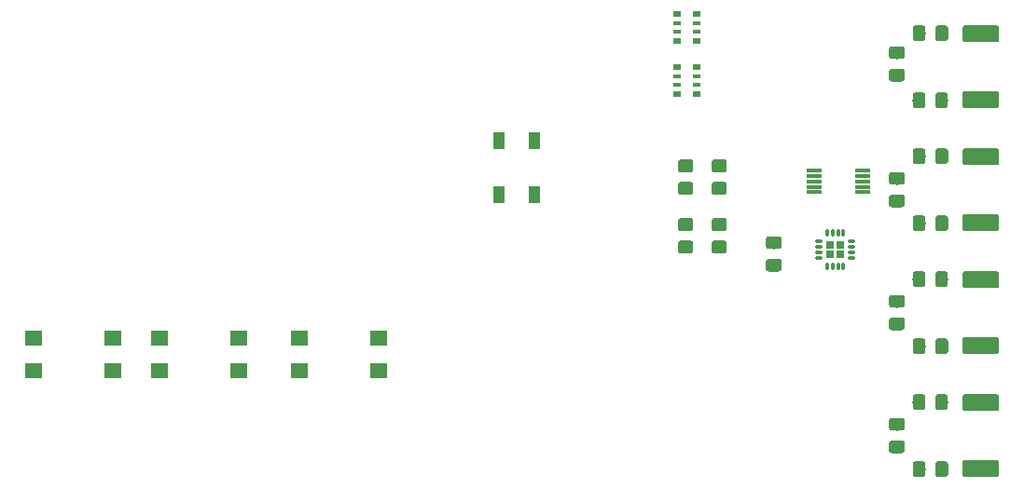
<source format=gbr>
G04 #@! TF.GenerationSoftware,KiCad,Pcbnew,(5.1.0-rc2-41-g6b3e9b0ed)*
G04 #@! TF.CreationDate,2021-09-28T16:44:10+02:00*
G04 #@! TF.ProjectId,styro_control,73747972-6f5f-4636-9f6e-74726f6c2e6b,rev?*
G04 #@! TF.SameCoordinates,Original*
G04 #@! TF.FileFunction,Paste,Bot*
G04 #@! TF.FilePolarity,Positive*
%FSLAX46Y46*%
G04 Gerber Fmt 4.6, Leading zero omitted, Abs format (unit mm)*
G04 Created by KiCad (PCBNEW (5.1.0-rc2-41-g6b3e9b0ed)) date 2021-09-28 16:44:10*
%MOMM*%
%LPD*%
G04 APERTURE LIST*
%ADD10R,1.000000X1.500000*%
%ADD11R,0.800000X0.500000*%
%ADD12R,0.800000X0.400000*%
%ADD13R,0.700000X0.700000*%
%ADD14O,0.300000X0.800000*%
%ADD15O,0.800000X0.300000*%
%ADD16R,1.600000X1.400000*%
%ADD17R,1.400000X0.300000*%
%ADD18C,0.100000*%
%ADD19C,1.525000*%
%ADD20C,1.150000*%
G04 APERTURE END LIST*
D10*
X120574000Y-83402000D03*
X123774000Y-83402000D03*
X120574000Y-88302000D03*
X123774000Y-88302000D03*
D11*
X136768000Y-79178000D03*
D12*
X136768000Y-78378000D03*
D11*
X136768000Y-76778000D03*
D12*
X136768000Y-77578000D03*
D11*
X138568000Y-79178000D03*
D12*
X138568000Y-77578000D03*
X138568000Y-78378000D03*
D11*
X138568000Y-76778000D03*
D13*
X151567500Y-93782500D03*
X150692500Y-93782500D03*
X150692500Y-92907500D03*
X151567500Y-92907500D03*
D14*
X150380000Y-94845000D03*
X150880000Y-94845000D03*
X151380000Y-94845000D03*
X151880000Y-94845000D03*
D15*
X152630000Y-94095000D03*
X152630000Y-93595000D03*
X152630000Y-93095000D03*
X152630000Y-92595000D03*
D14*
X151880000Y-91845000D03*
X151380000Y-91845000D03*
X150880000Y-91845000D03*
X150380000Y-91845000D03*
D15*
X149630000Y-92595000D03*
X149630000Y-93095000D03*
X149630000Y-93595000D03*
X149630000Y-94095000D03*
D16*
X102445000Y-101370000D03*
X109645000Y-101370000D03*
X102445000Y-104370000D03*
X109645000Y-104370000D03*
X78315000Y-101370000D03*
X85515000Y-101370000D03*
X78315000Y-104370000D03*
X85515000Y-104370000D03*
X89745000Y-101370000D03*
X96945000Y-101370000D03*
X89745000Y-104370000D03*
X96945000Y-104370000D03*
D11*
X136768000Y-74352000D03*
D12*
X136768000Y-73552000D03*
D11*
X136768000Y-71952000D03*
D12*
X136768000Y-72752000D03*
D11*
X138568000Y-74352000D03*
D12*
X138568000Y-72752000D03*
X138568000Y-73552000D03*
D11*
X138568000Y-71952000D03*
D17*
X153584000Y-88122000D03*
X153584000Y-87622000D03*
X153584000Y-87122000D03*
X153584000Y-86622000D03*
X153584000Y-86122000D03*
X149184000Y-86122000D03*
X149184000Y-86622000D03*
X149184000Y-87122000D03*
X149184000Y-87622000D03*
X149184000Y-88122000D03*
D18*
G36*
X165787505Y-101286204D02*
G01*
X165811773Y-101289804D01*
X165835572Y-101295765D01*
X165858671Y-101304030D01*
X165880850Y-101314520D01*
X165901893Y-101327132D01*
X165921599Y-101341747D01*
X165939777Y-101358223D01*
X165956253Y-101376401D01*
X165970868Y-101396107D01*
X165983480Y-101417150D01*
X165993970Y-101439329D01*
X166002235Y-101462428D01*
X166008196Y-101486227D01*
X166011796Y-101510495D01*
X166013000Y-101534999D01*
X166013000Y-102560001D01*
X166011796Y-102584505D01*
X166008196Y-102608773D01*
X166002235Y-102632572D01*
X165993970Y-102655671D01*
X165983480Y-102677850D01*
X165970868Y-102698893D01*
X165956253Y-102718599D01*
X165939777Y-102736777D01*
X165921599Y-102753253D01*
X165901893Y-102767868D01*
X165880850Y-102780480D01*
X165858671Y-102790970D01*
X165835572Y-102799235D01*
X165811773Y-102805196D01*
X165787505Y-102808796D01*
X165763001Y-102810000D01*
X162912999Y-102810000D01*
X162888495Y-102808796D01*
X162864227Y-102805196D01*
X162840428Y-102799235D01*
X162817329Y-102790970D01*
X162795150Y-102780480D01*
X162774107Y-102767868D01*
X162754401Y-102753253D01*
X162736223Y-102736777D01*
X162719747Y-102718599D01*
X162705132Y-102698893D01*
X162692520Y-102677850D01*
X162682030Y-102655671D01*
X162673765Y-102632572D01*
X162667804Y-102608773D01*
X162664204Y-102584505D01*
X162663000Y-102560001D01*
X162663000Y-101534999D01*
X162664204Y-101510495D01*
X162667804Y-101486227D01*
X162673765Y-101462428D01*
X162682030Y-101439329D01*
X162692520Y-101417150D01*
X162705132Y-101396107D01*
X162719747Y-101376401D01*
X162736223Y-101358223D01*
X162754401Y-101341747D01*
X162774107Y-101327132D01*
X162795150Y-101314520D01*
X162817329Y-101304030D01*
X162840428Y-101295765D01*
X162864227Y-101289804D01*
X162888495Y-101286204D01*
X162912999Y-101285000D01*
X165763001Y-101285000D01*
X165787505Y-101286204D01*
X165787505Y-101286204D01*
G37*
D19*
X164338000Y-102047500D03*
D18*
G36*
X165787505Y-95311204D02*
G01*
X165811773Y-95314804D01*
X165835572Y-95320765D01*
X165858671Y-95329030D01*
X165880850Y-95339520D01*
X165901893Y-95352132D01*
X165921599Y-95366747D01*
X165939777Y-95383223D01*
X165956253Y-95401401D01*
X165970868Y-95421107D01*
X165983480Y-95442150D01*
X165993970Y-95464329D01*
X166002235Y-95487428D01*
X166008196Y-95511227D01*
X166011796Y-95535495D01*
X166013000Y-95559999D01*
X166013000Y-96585001D01*
X166011796Y-96609505D01*
X166008196Y-96633773D01*
X166002235Y-96657572D01*
X165993970Y-96680671D01*
X165983480Y-96702850D01*
X165970868Y-96723893D01*
X165956253Y-96743599D01*
X165939777Y-96761777D01*
X165921599Y-96778253D01*
X165901893Y-96792868D01*
X165880850Y-96805480D01*
X165858671Y-96815970D01*
X165835572Y-96824235D01*
X165811773Y-96830196D01*
X165787505Y-96833796D01*
X165763001Y-96835000D01*
X162912999Y-96835000D01*
X162888495Y-96833796D01*
X162864227Y-96830196D01*
X162840428Y-96824235D01*
X162817329Y-96815970D01*
X162795150Y-96805480D01*
X162774107Y-96792868D01*
X162754401Y-96778253D01*
X162736223Y-96761777D01*
X162719747Y-96743599D01*
X162705132Y-96723893D01*
X162692520Y-96702850D01*
X162682030Y-96680671D01*
X162673765Y-96657572D01*
X162667804Y-96633773D01*
X162664204Y-96609505D01*
X162663000Y-96585001D01*
X162663000Y-95559999D01*
X162664204Y-95535495D01*
X162667804Y-95511227D01*
X162673765Y-95487428D01*
X162682030Y-95464329D01*
X162692520Y-95442150D01*
X162705132Y-95421107D01*
X162719747Y-95401401D01*
X162736223Y-95383223D01*
X162754401Y-95366747D01*
X162774107Y-95352132D01*
X162795150Y-95339520D01*
X162817329Y-95329030D01*
X162840428Y-95320765D01*
X162864227Y-95314804D01*
X162888495Y-95311204D01*
X162912999Y-95310000D01*
X165763001Y-95310000D01*
X165787505Y-95311204D01*
X165787505Y-95311204D01*
G37*
D19*
X164338000Y-96072500D03*
D18*
G36*
X165787505Y-112462204D02*
G01*
X165811773Y-112465804D01*
X165835572Y-112471765D01*
X165858671Y-112480030D01*
X165880850Y-112490520D01*
X165901893Y-112503132D01*
X165921599Y-112517747D01*
X165939777Y-112534223D01*
X165956253Y-112552401D01*
X165970868Y-112572107D01*
X165983480Y-112593150D01*
X165993970Y-112615329D01*
X166002235Y-112638428D01*
X166008196Y-112662227D01*
X166011796Y-112686495D01*
X166013000Y-112710999D01*
X166013000Y-113736001D01*
X166011796Y-113760505D01*
X166008196Y-113784773D01*
X166002235Y-113808572D01*
X165993970Y-113831671D01*
X165983480Y-113853850D01*
X165970868Y-113874893D01*
X165956253Y-113894599D01*
X165939777Y-113912777D01*
X165921599Y-113929253D01*
X165901893Y-113943868D01*
X165880850Y-113956480D01*
X165858671Y-113966970D01*
X165835572Y-113975235D01*
X165811773Y-113981196D01*
X165787505Y-113984796D01*
X165763001Y-113986000D01*
X162912999Y-113986000D01*
X162888495Y-113984796D01*
X162864227Y-113981196D01*
X162840428Y-113975235D01*
X162817329Y-113966970D01*
X162795150Y-113956480D01*
X162774107Y-113943868D01*
X162754401Y-113929253D01*
X162736223Y-113912777D01*
X162719747Y-113894599D01*
X162705132Y-113874893D01*
X162692520Y-113853850D01*
X162682030Y-113831671D01*
X162673765Y-113808572D01*
X162667804Y-113784773D01*
X162664204Y-113760505D01*
X162663000Y-113736001D01*
X162663000Y-112710999D01*
X162664204Y-112686495D01*
X162667804Y-112662227D01*
X162673765Y-112638428D01*
X162682030Y-112615329D01*
X162692520Y-112593150D01*
X162705132Y-112572107D01*
X162719747Y-112552401D01*
X162736223Y-112534223D01*
X162754401Y-112517747D01*
X162774107Y-112503132D01*
X162795150Y-112490520D01*
X162817329Y-112480030D01*
X162840428Y-112471765D01*
X162864227Y-112465804D01*
X162888495Y-112462204D01*
X162912999Y-112461000D01*
X165763001Y-112461000D01*
X165787505Y-112462204D01*
X165787505Y-112462204D01*
G37*
D19*
X164338000Y-113223500D03*
D18*
G36*
X165787505Y-106487204D02*
G01*
X165811773Y-106490804D01*
X165835572Y-106496765D01*
X165858671Y-106505030D01*
X165880850Y-106515520D01*
X165901893Y-106528132D01*
X165921599Y-106542747D01*
X165939777Y-106559223D01*
X165956253Y-106577401D01*
X165970868Y-106597107D01*
X165983480Y-106618150D01*
X165993970Y-106640329D01*
X166002235Y-106663428D01*
X166008196Y-106687227D01*
X166011796Y-106711495D01*
X166013000Y-106735999D01*
X166013000Y-107761001D01*
X166011796Y-107785505D01*
X166008196Y-107809773D01*
X166002235Y-107833572D01*
X165993970Y-107856671D01*
X165983480Y-107878850D01*
X165970868Y-107899893D01*
X165956253Y-107919599D01*
X165939777Y-107937777D01*
X165921599Y-107954253D01*
X165901893Y-107968868D01*
X165880850Y-107981480D01*
X165858671Y-107991970D01*
X165835572Y-108000235D01*
X165811773Y-108006196D01*
X165787505Y-108009796D01*
X165763001Y-108011000D01*
X162912999Y-108011000D01*
X162888495Y-108009796D01*
X162864227Y-108006196D01*
X162840428Y-108000235D01*
X162817329Y-107991970D01*
X162795150Y-107981480D01*
X162774107Y-107968868D01*
X162754401Y-107954253D01*
X162736223Y-107937777D01*
X162719747Y-107919599D01*
X162705132Y-107899893D01*
X162692520Y-107878850D01*
X162682030Y-107856671D01*
X162673765Y-107833572D01*
X162667804Y-107809773D01*
X162664204Y-107785505D01*
X162663000Y-107761001D01*
X162663000Y-106735999D01*
X162664204Y-106711495D01*
X162667804Y-106687227D01*
X162673765Y-106663428D01*
X162682030Y-106640329D01*
X162692520Y-106618150D01*
X162705132Y-106597107D01*
X162719747Y-106577401D01*
X162736223Y-106559223D01*
X162754401Y-106542747D01*
X162774107Y-106528132D01*
X162795150Y-106515520D01*
X162817329Y-106505030D01*
X162840428Y-106496765D01*
X162864227Y-106490804D01*
X162888495Y-106487204D01*
X162912999Y-106486000D01*
X165763001Y-106486000D01*
X165787505Y-106487204D01*
X165787505Y-106487204D01*
G37*
D19*
X164338000Y-107248500D03*
D18*
G36*
X165787505Y-90110204D02*
G01*
X165811773Y-90113804D01*
X165835572Y-90119765D01*
X165858671Y-90128030D01*
X165880850Y-90138520D01*
X165901893Y-90151132D01*
X165921599Y-90165747D01*
X165939777Y-90182223D01*
X165956253Y-90200401D01*
X165970868Y-90220107D01*
X165983480Y-90241150D01*
X165993970Y-90263329D01*
X166002235Y-90286428D01*
X166008196Y-90310227D01*
X166011796Y-90334495D01*
X166013000Y-90358999D01*
X166013000Y-91384001D01*
X166011796Y-91408505D01*
X166008196Y-91432773D01*
X166002235Y-91456572D01*
X165993970Y-91479671D01*
X165983480Y-91501850D01*
X165970868Y-91522893D01*
X165956253Y-91542599D01*
X165939777Y-91560777D01*
X165921599Y-91577253D01*
X165901893Y-91591868D01*
X165880850Y-91604480D01*
X165858671Y-91614970D01*
X165835572Y-91623235D01*
X165811773Y-91629196D01*
X165787505Y-91632796D01*
X165763001Y-91634000D01*
X162912999Y-91634000D01*
X162888495Y-91632796D01*
X162864227Y-91629196D01*
X162840428Y-91623235D01*
X162817329Y-91614970D01*
X162795150Y-91604480D01*
X162774107Y-91591868D01*
X162754401Y-91577253D01*
X162736223Y-91560777D01*
X162719747Y-91542599D01*
X162705132Y-91522893D01*
X162692520Y-91501850D01*
X162682030Y-91479671D01*
X162673765Y-91456572D01*
X162667804Y-91432773D01*
X162664204Y-91408505D01*
X162663000Y-91384001D01*
X162663000Y-90358999D01*
X162664204Y-90334495D01*
X162667804Y-90310227D01*
X162673765Y-90286428D01*
X162682030Y-90263329D01*
X162692520Y-90241150D01*
X162705132Y-90220107D01*
X162719747Y-90200401D01*
X162736223Y-90182223D01*
X162754401Y-90165747D01*
X162774107Y-90151132D01*
X162795150Y-90138520D01*
X162817329Y-90128030D01*
X162840428Y-90119765D01*
X162864227Y-90113804D01*
X162888495Y-90110204D01*
X162912999Y-90109000D01*
X165763001Y-90109000D01*
X165787505Y-90110204D01*
X165787505Y-90110204D01*
G37*
D19*
X164338000Y-90871500D03*
D18*
G36*
X165787505Y-84135204D02*
G01*
X165811773Y-84138804D01*
X165835572Y-84144765D01*
X165858671Y-84153030D01*
X165880850Y-84163520D01*
X165901893Y-84176132D01*
X165921599Y-84190747D01*
X165939777Y-84207223D01*
X165956253Y-84225401D01*
X165970868Y-84245107D01*
X165983480Y-84266150D01*
X165993970Y-84288329D01*
X166002235Y-84311428D01*
X166008196Y-84335227D01*
X166011796Y-84359495D01*
X166013000Y-84383999D01*
X166013000Y-85409001D01*
X166011796Y-85433505D01*
X166008196Y-85457773D01*
X166002235Y-85481572D01*
X165993970Y-85504671D01*
X165983480Y-85526850D01*
X165970868Y-85547893D01*
X165956253Y-85567599D01*
X165939777Y-85585777D01*
X165921599Y-85602253D01*
X165901893Y-85616868D01*
X165880850Y-85629480D01*
X165858671Y-85639970D01*
X165835572Y-85648235D01*
X165811773Y-85654196D01*
X165787505Y-85657796D01*
X165763001Y-85659000D01*
X162912999Y-85659000D01*
X162888495Y-85657796D01*
X162864227Y-85654196D01*
X162840428Y-85648235D01*
X162817329Y-85639970D01*
X162795150Y-85629480D01*
X162774107Y-85616868D01*
X162754401Y-85602253D01*
X162736223Y-85585777D01*
X162719747Y-85567599D01*
X162705132Y-85547893D01*
X162692520Y-85526850D01*
X162682030Y-85504671D01*
X162673765Y-85481572D01*
X162667804Y-85457773D01*
X162664204Y-85433505D01*
X162663000Y-85409001D01*
X162663000Y-84383999D01*
X162664204Y-84359495D01*
X162667804Y-84335227D01*
X162673765Y-84311428D01*
X162682030Y-84288329D01*
X162692520Y-84266150D01*
X162705132Y-84245107D01*
X162719747Y-84225401D01*
X162736223Y-84207223D01*
X162754401Y-84190747D01*
X162774107Y-84176132D01*
X162795150Y-84163520D01*
X162817329Y-84153030D01*
X162840428Y-84144765D01*
X162864227Y-84138804D01*
X162888495Y-84135204D01*
X162912999Y-84134000D01*
X165763001Y-84134000D01*
X165787505Y-84135204D01*
X165787505Y-84135204D01*
G37*
D19*
X164338000Y-84896500D03*
D18*
G36*
X165787505Y-78934204D02*
G01*
X165811773Y-78937804D01*
X165835572Y-78943765D01*
X165858671Y-78952030D01*
X165880850Y-78962520D01*
X165901893Y-78975132D01*
X165921599Y-78989747D01*
X165939777Y-79006223D01*
X165956253Y-79024401D01*
X165970868Y-79044107D01*
X165983480Y-79065150D01*
X165993970Y-79087329D01*
X166002235Y-79110428D01*
X166008196Y-79134227D01*
X166011796Y-79158495D01*
X166013000Y-79182999D01*
X166013000Y-80208001D01*
X166011796Y-80232505D01*
X166008196Y-80256773D01*
X166002235Y-80280572D01*
X165993970Y-80303671D01*
X165983480Y-80325850D01*
X165970868Y-80346893D01*
X165956253Y-80366599D01*
X165939777Y-80384777D01*
X165921599Y-80401253D01*
X165901893Y-80415868D01*
X165880850Y-80428480D01*
X165858671Y-80438970D01*
X165835572Y-80447235D01*
X165811773Y-80453196D01*
X165787505Y-80456796D01*
X165763001Y-80458000D01*
X162912999Y-80458000D01*
X162888495Y-80456796D01*
X162864227Y-80453196D01*
X162840428Y-80447235D01*
X162817329Y-80438970D01*
X162795150Y-80428480D01*
X162774107Y-80415868D01*
X162754401Y-80401253D01*
X162736223Y-80384777D01*
X162719747Y-80366599D01*
X162705132Y-80346893D01*
X162692520Y-80325850D01*
X162682030Y-80303671D01*
X162673765Y-80280572D01*
X162667804Y-80256773D01*
X162664204Y-80232505D01*
X162663000Y-80208001D01*
X162663000Y-79182999D01*
X162664204Y-79158495D01*
X162667804Y-79134227D01*
X162673765Y-79110428D01*
X162682030Y-79087329D01*
X162692520Y-79065150D01*
X162705132Y-79044107D01*
X162719747Y-79024401D01*
X162736223Y-79006223D01*
X162754401Y-78989747D01*
X162774107Y-78975132D01*
X162795150Y-78962520D01*
X162817329Y-78952030D01*
X162840428Y-78943765D01*
X162864227Y-78937804D01*
X162888495Y-78934204D01*
X162912999Y-78933000D01*
X165763001Y-78933000D01*
X165787505Y-78934204D01*
X165787505Y-78934204D01*
G37*
D19*
X164338000Y-79695500D03*
D18*
G36*
X165787505Y-72959204D02*
G01*
X165811773Y-72962804D01*
X165835572Y-72968765D01*
X165858671Y-72977030D01*
X165880850Y-72987520D01*
X165901893Y-73000132D01*
X165921599Y-73014747D01*
X165939777Y-73031223D01*
X165956253Y-73049401D01*
X165970868Y-73069107D01*
X165983480Y-73090150D01*
X165993970Y-73112329D01*
X166002235Y-73135428D01*
X166008196Y-73159227D01*
X166011796Y-73183495D01*
X166013000Y-73207999D01*
X166013000Y-74233001D01*
X166011796Y-74257505D01*
X166008196Y-74281773D01*
X166002235Y-74305572D01*
X165993970Y-74328671D01*
X165983480Y-74350850D01*
X165970868Y-74371893D01*
X165956253Y-74391599D01*
X165939777Y-74409777D01*
X165921599Y-74426253D01*
X165901893Y-74440868D01*
X165880850Y-74453480D01*
X165858671Y-74463970D01*
X165835572Y-74472235D01*
X165811773Y-74478196D01*
X165787505Y-74481796D01*
X165763001Y-74483000D01*
X162912999Y-74483000D01*
X162888495Y-74481796D01*
X162864227Y-74478196D01*
X162840428Y-74472235D01*
X162817329Y-74463970D01*
X162795150Y-74453480D01*
X162774107Y-74440868D01*
X162754401Y-74426253D01*
X162736223Y-74409777D01*
X162719747Y-74391599D01*
X162705132Y-74371893D01*
X162692520Y-74350850D01*
X162682030Y-74328671D01*
X162673765Y-74305572D01*
X162667804Y-74281773D01*
X162664204Y-74257505D01*
X162663000Y-74233001D01*
X162663000Y-73207999D01*
X162664204Y-73183495D01*
X162667804Y-73159227D01*
X162673765Y-73135428D01*
X162682030Y-73112329D01*
X162692520Y-73090150D01*
X162705132Y-73069107D01*
X162719747Y-73049401D01*
X162736223Y-73031223D01*
X162754401Y-73014747D01*
X162774107Y-73000132D01*
X162795150Y-72987520D01*
X162817329Y-72977030D01*
X162840428Y-72968765D01*
X162864227Y-72962804D01*
X162888495Y-72959204D01*
X162912999Y-72958000D01*
X165763001Y-72958000D01*
X165787505Y-72959204D01*
X165787505Y-72959204D01*
G37*
D19*
X164338000Y-73720500D03*
D18*
G36*
X138015505Y-87192204D02*
G01*
X138039773Y-87195804D01*
X138063572Y-87201765D01*
X138086671Y-87210030D01*
X138108850Y-87220520D01*
X138129893Y-87233132D01*
X138149599Y-87247747D01*
X138167777Y-87264223D01*
X138184253Y-87282401D01*
X138198868Y-87302107D01*
X138211480Y-87323150D01*
X138221970Y-87345329D01*
X138230235Y-87368428D01*
X138236196Y-87392227D01*
X138239796Y-87416495D01*
X138241000Y-87440999D01*
X138241000Y-88091001D01*
X138239796Y-88115505D01*
X138236196Y-88139773D01*
X138230235Y-88163572D01*
X138221970Y-88186671D01*
X138211480Y-88208850D01*
X138198868Y-88229893D01*
X138184253Y-88249599D01*
X138167777Y-88267777D01*
X138149599Y-88284253D01*
X138129893Y-88298868D01*
X138108850Y-88311480D01*
X138086671Y-88321970D01*
X138063572Y-88330235D01*
X138039773Y-88336196D01*
X138015505Y-88339796D01*
X137991001Y-88341000D01*
X137090999Y-88341000D01*
X137066495Y-88339796D01*
X137042227Y-88336196D01*
X137018428Y-88330235D01*
X136995329Y-88321970D01*
X136973150Y-88311480D01*
X136952107Y-88298868D01*
X136932401Y-88284253D01*
X136914223Y-88267777D01*
X136897747Y-88249599D01*
X136883132Y-88229893D01*
X136870520Y-88208850D01*
X136860030Y-88186671D01*
X136851765Y-88163572D01*
X136845804Y-88139773D01*
X136842204Y-88115505D01*
X136841000Y-88091001D01*
X136841000Y-87440999D01*
X136842204Y-87416495D01*
X136845804Y-87392227D01*
X136851765Y-87368428D01*
X136860030Y-87345329D01*
X136870520Y-87323150D01*
X136883132Y-87302107D01*
X136897747Y-87282401D01*
X136914223Y-87264223D01*
X136932401Y-87247747D01*
X136952107Y-87233132D01*
X136973150Y-87220520D01*
X136995329Y-87210030D01*
X137018428Y-87201765D01*
X137042227Y-87195804D01*
X137066495Y-87192204D01*
X137090999Y-87191000D01*
X137991001Y-87191000D01*
X138015505Y-87192204D01*
X138015505Y-87192204D01*
G37*
D20*
X137541000Y-87766000D03*
D18*
G36*
X138015505Y-85142204D02*
G01*
X138039773Y-85145804D01*
X138063572Y-85151765D01*
X138086671Y-85160030D01*
X138108850Y-85170520D01*
X138129893Y-85183132D01*
X138149599Y-85197747D01*
X138167777Y-85214223D01*
X138184253Y-85232401D01*
X138198868Y-85252107D01*
X138211480Y-85273150D01*
X138221970Y-85295329D01*
X138230235Y-85318428D01*
X138236196Y-85342227D01*
X138239796Y-85366495D01*
X138241000Y-85390999D01*
X138241000Y-86041001D01*
X138239796Y-86065505D01*
X138236196Y-86089773D01*
X138230235Y-86113572D01*
X138221970Y-86136671D01*
X138211480Y-86158850D01*
X138198868Y-86179893D01*
X138184253Y-86199599D01*
X138167777Y-86217777D01*
X138149599Y-86234253D01*
X138129893Y-86248868D01*
X138108850Y-86261480D01*
X138086671Y-86271970D01*
X138063572Y-86280235D01*
X138039773Y-86286196D01*
X138015505Y-86289796D01*
X137991001Y-86291000D01*
X137090999Y-86291000D01*
X137066495Y-86289796D01*
X137042227Y-86286196D01*
X137018428Y-86280235D01*
X136995329Y-86271970D01*
X136973150Y-86261480D01*
X136952107Y-86248868D01*
X136932401Y-86234253D01*
X136914223Y-86217777D01*
X136897747Y-86199599D01*
X136883132Y-86179893D01*
X136870520Y-86158850D01*
X136860030Y-86136671D01*
X136851765Y-86113572D01*
X136845804Y-86089773D01*
X136842204Y-86065505D01*
X136841000Y-86041001D01*
X136841000Y-85390999D01*
X136842204Y-85366495D01*
X136845804Y-85342227D01*
X136851765Y-85318428D01*
X136860030Y-85295329D01*
X136870520Y-85273150D01*
X136883132Y-85252107D01*
X136897747Y-85232401D01*
X136914223Y-85214223D01*
X136932401Y-85197747D01*
X136952107Y-85183132D01*
X136973150Y-85170520D01*
X136995329Y-85160030D01*
X137018428Y-85151765D01*
X137042227Y-85145804D01*
X137066495Y-85142204D01*
X137090999Y-85141000D01*
X137991001Y-85141000D01*
X138015505Y-85142204D01*
X138015505Y-85142204D01*
G37*
D20*
X137541000Y-85716000D03*
D18*
G36*
X141063505Y-87192204D02*
G01*
X141087773Y-87195804D01*
X141111572Y-87201765D01*
X141134671Y-87210030D01*
X141156850Y-87220520D01*
X141177893Y-87233132D01*
X141197599Y-87247747D01*
X141215777Y-87264223D01*
X141232253Y-87282401D01*
X141246868Y-87302107D01*
X141259480Y-87323150D01*
X141269970Y-87345329D01*
X141278235Y-87368428D01*
X141284196Y-87392227D01*
X141287796Y-87416495D01*
X141289000Y-87440999D01*
X141289000Y-88091001D01*
X141287796Y-88115505D01*
X141284196Y-88139773D01*
X141278235Y-88163572D01*
X141269970Y-88186671D01*
X141259480Y-88208850D01*
X141246868Y-88229893D01*
X141232253Y-88249599D01*
X141215777Y-88267777D01*
X141197599Y-88284253D01*
X141177893Y-88298868D01*
X141156850Y-88311480D01*
X141134671Y-88321970D01*
X141111572Y-88330235D01*
X141087773Y-88336196D01*
X141063505Y-88339796D01*
X141039001Y-88341000D01*
X140138999Y-88341000D01*
X140114495Y-88339796D01*
X140090227Y-88336196D01*
X140066428Y-88330235D01*
X140043329Y-88321970D01*
X140021150Y-88311480D01*
X140000107Y-88298868D01*
X139980401Y-88284253D01*
X139962223Y-88267777D01*
X139945747Y-88249599D01*
X139931132Y-88229893D01*
X139918520Y-88208850D01*
X139908030Y-88186671D01*
X139899765Y-88163572D01*
X139893804Y-88139773D01*
X139890204Y-88115505D01*
X139889000Y-88091001D01*
X139889000Y-87440999D01*
X139890204Y-87416495D01*
X139893804Y-87392227D01*
X139899765Y-87368428D01*
X139908030Y-87345329D01*
X139918520Y-87323150D01*
X139931132Y-87302107D01*
X139945747Y-87282401D01*
X139962223Y-87264223D01*
X139980401Y-87247747D01*
X140000107Y-87233132D01*
X140021150Y-87220520D01*
X140043329Y-87210030D01*
X140066428Y-87201765D01*
X140090227Y-87195804D01*
X140114495Y-87192204D01*
X140138999Y-87191000D01*
X141039001Y-87191000D01*
X141063505Y-87192204D01*
X141063505Y-87192204D01*
G37*
D20*
X140589000Y-87766000D03*
D18*
G36*
X141063505Y-85142204D02*
G01*
X141087773Y-85145804D01*
X141111572Y-85151765D01*
X141134671Y-85160030D01*
X141156850Y-85170520D01*
X141177893Y-85183132D01*
X141197599Y-85197747D01*
X141215777Y-85214223D01*
X141232253Y-85232401D01*
X141246868Y-85252107D01*
X141259480Y-85273150D01*
X141269970Y-85295329D01*
X141278235Y-85318428D01*
X141284196Y-85342227D01*
X141287796Y-85366495D01*
X141289000Y-85390999D01*
X141289000Y-86041001D01*
X141287796Y-86065505D01*
X141284196Y-86089773D01*
X141278235Y-86113572D01*
X141269970Y-86136671D01*
X141259480Y-86158850D01*
X141246868Y-86179893D01*
X141232253Y-86199599D01*
X141215777Y-86217777D01*
X141197599Y-86234253D01*
X141177893Y-86248868D01*
X141156850Y-86261480D01*
X141134671Y-86271970D01*
X141111572Y-86280235D01*
X141087773Y-86286196D01*
X141063505Y-86289796D01*
X141039001Y-86291000D01*
X140138999Y-86291000D01*
X140114495Y-86289796D01*
X140090227Y-86286196D01*
X140066428Y-86280235D01*
X140043329Y-86271970D01*
X140021150Y-86261480D01*
X140000107Y-86248868D01*
X139980401Y-86234253D01*
X139962223Y-86217777D01*
X139945747Y-86199599D01*
X139931132Y-86179893D01*
X139918520Y-86158850D01*
X139908030Y-86136671D01*
X139899765Y-86113572D01*
X139893804Y-86089773D01*
X139890204Y-86065505D01*
X139889000Y-86041001D01*
X139889000Y-85390999D01*
X139890204Y-85366495D01*
X139893804Y-85342227D01*
X139899765Y-85318428D01*
X139908030Y-85295329D01*
X139918520Y-85273150D01*
X139931132Y-85252107D01*
X139945747Y-85232401D01*
X139962223Y-85214223D01*
X139980401Y-85197747D01*
X140000107Y-85183132D01*
X140021150Y-85170520D01*
X140043329Y-85160030D01*
X140066428Y-85151765D01*
X140090227Y-85145804D01*
X140114495Y-85142204D01*
X140138999Y-85141000D01*
X141039001Y-85141000D01*
X141063505Y-85142204D01*
X141063505Y-85142204D01*
G37*
D20*
X140589000Y-85716000D03*
D18*
G36*
X138015505Y-92526204D02*
G01*
X138039773Y-92529804D01*
X138063572Y-92535765D01*
X138086671Y-92544030D01*
X138108850Y-92554520D01*
X138129893Y-92567132D01*
X138149599Y-92581747D01*
X138167777Y-92598223D01*
X138184253Y-92616401D01*
X138198868Y-92636107D01*
X138211480Y-92657150D01*
X138221970Y-92679329D01*
X138230235Y-92702428D01*
X138236196Y-92726227D01*
X138239796Y-92750495D01*
X138241000Y-92774999D01*
X138241000Y-93425001D01*
X138239796Y-93449505D01*
X138236196Y-93473773D01*
X138230235Y-93497572D01*
X138221970Y-93520671D01*
X138211480Y-93542850D01*
X138198868Y-93563893D01*
X138184253Y-93583599D01*
X138167777Y-93601777D01*
X138149599Y-93618253D01*
X138129893Y-93632868D01*
X138108850Y-93645480D01*
X138086671Y-93655970D01*
X138063572Y-93664235D01*
X138039773Y-93670196D01*
X138015505Y-93673796D01*
X137991001Y-93675000D01*
X137090999Y-93675000D01*
X137066495Y-93673796D01*
X137042227Y-93670196D01*
X137018428Y-93664235D01*
X136995329Y-93655970D01*
X136973150Y-93645480D01*
X136952107Y-93632868D01*
X136932401Y-93618253D01*
X136914223Y-93601777D01*
X136897747Y-93583599D01*
X136883132Y-93563893D01*
X136870520Y-93542850D01*
X136860030Y-93520671D01*
X136851765Y-93497572D01*
X136845804Y-93473773D01*
X136842204Y-93449505D01*
X136841000Y-93425001D01*
X136841000Y-92774999D01*
X136842204Y-92750495D01*
X136845804Y-92726227D01*
X136851765Y-92702428D01*
X136860030Y-92679329D01*
X136870520Y-92657150D01*
X136883132Y-92636107D01*
X136897747Y-92616401D01*
X136914223Y-92598223D01*
X136932401Y-92581747D01*
X136952107Y-92567132D01*
X136973150Y-92554520D01*
X136995329Y-92544030D01*
X137018428Y-92535765D01*
X137042227Y-92529804D01*
X137066495Y-92526204D01*
X137090999Y-92525000D01*
X137991001Y-92525000D01*
X138015505Y-92526204D01*
X138015505Y-92526204D01*
G37*
D20*
X137541000Y-93100000D03*
D18*
G36*
X138015505Y-90476204D02*
G01*
X138039773Y-90479804D01*
X138063572Y-90485765D01*
X138086671Y-90494030D01*
X138108850Y-90504520D01*
X138129893Y-90517132D01*
X138149599Y-90531747D01*
X138167777Y-90548223D01*
X138184253Y-90566401D01*
X138198868Y-90586107D01*
X138211480Y-90607150D01*
X138221970Y-90629329D01*
X138230235Y-90652428D01*
X138236196Y-90676227D01*
X138239796Y-90700495D01*
X138241000Y-90724999D01*
X138241000Y-91375001D01*
X138239796Y-91399505D01*
X138236196Y-91423773D01*
X138230235Y-91447572D01*
X138221970Y-91470671D01*
X138211480Y-91492850D01*
X138198868Y-91513893D01*
X138184253Y-91533599D01*
X138167777Y-91551777D01*
X138149599Y-91568253D01*
X138129893Y-91582868D01*
X138108850Y-91595480D01*
X138086671Y-91605970D01*
X138063572Y-91614235D01*
X138039773Y-91620196D01*
X138015505Y-91623796D01*
X137991001Y-91625000D01*
X137090999Y-91625000D01*
X137066495Y-91623796D01*
X137042227Y-91620196D01*
X137018428Y-91614235D01*
X136995329Y-91605970D01*
X136973150Y-91595480D01*
X136952107Y-91582868D01*
X136932401Y-91568253D01*
X136914223Y-91551777D01*
X136897747Y-91533599D01*
X136883132Y-91513893D01*
X136870520Y-91492850D01*
X136860030Y-91470671D01*
X136851765Y-91447572D01*
X136845804Y-91423773D01*
X136842204Y-91399505D01*
X136841000Y-91375001D01*
X136841000Y-90724999D01*
X136842204Y-90700495D01*
X136845804Y-90676227D01*
X136851765Y-90652428D01*
X136860030Y-90629329D01*
X136870520Y-90607150D01*
X136883132Y-90586107D01*
X136897747Y-90566401D01*
X136914223Y-90548223D01*
X136932401Y-90531747D01*
X136952107Y-90517132D01*
X136973150Y-90504520D01*
X136995329Y-90494030D01*
X137018428Y-90485765D01*
X137042227Y-90479804D01*
X137066495Y-90476204D01*
X137090999Y-90475000D01*
X137991001Y-90475000D01*
X138015505Y-90476204D01*
X138015505Y-90476204D01*
G37*
D20*
X137541000Y-91050000D03*
D18*
G36*
X141063505Y-92526204D02*
G01*
X141087773Y-92529804D01*
X141111572Y-92535765D01*
X141134671Y-92544030D01*
X141156850Y-92554520D01*
X141177893Y-92567132D01*
X141197599Y-92581747D01*
X141215777Y-92598223D01*
X141232253Y-92616401D01*
X141246868Y-92636107D01*
X141259480Y-92657150D01*
X141269970Y-92679329D01*
X141278235Y-92702428D01*
X141284196Y-92726227D01*
X141287796Y-92750495D01*
X141289000Y-92774999D01*
X141289000Y-93425001D01*
X141287796Y-93449505D01*
X141284196Y-93473773D01*
X141278235Y-93497572D01*
X141269970Y-93520671D01*
X141259480Y-93542850D01*
X141246868Y-93563893D01*
X141232253Y-93583599D01*
X141215777Y-93601777D01*
X141197599Y-93618253D01*
X141177893Y-93632868D01*
X141156850Y-93645480D01*
X141134671Y-93655970D01*
X141111572Y-93664235D01*
X141087773Y-93670196D01*
X141063505Y-93673796D01*
X141039001Y-93675000D01*
X140138999Y-93675000D01*
X140114495Y-93673796D01*
X140090227Y-93670196D01*
X140066428Y-93664235D01*
X140043329Y-93655970D01*
X140021150Y-93645480D01*
X140000107Y-93632868D01*
X139980401Y-93618253D01*
X139962223Y-93601777D01*
X139945747Y-93583599D01*
X139931132Y-93563893D01*
X139918520Y-93542850D01*
X139908030Y-93520671D01*
X139899765Y-93497572D01*
X139893804Y-93473773D01*
X139890204Y-93449505D01*
X139889000Y-93425001D01*
X139889000Y-92774999D01*
X139890204Y-92750495D01*
X139893804Y-92726227D01*
X139899765Y-92702428D01*
X139908030Y-92679329D01*
X139918520Y-92657150D01*
X139931132Y-92636107D01*
X139945747Y-92616401D01*
X139962223Y-92598223D01*
X139980401Y-92581747D01*
X140000107Y-92567132D01*
X140021150Y-92554520D01*
X140043329Y-92544030D01*
X140066428Y-92535765D01*
X140090227Y-92529804D01*
X140114495Y-92526204D01*
X140138999Y-92525000D01*
X141039001Y-92525000D01*
X141063505Y-92526204D01*
X141063505Y-92526204D01*
G37*
D20*
X140589000Y-93100000D03*
D18*
G36*
X141063505Y-90476204D02*
G01*
X141087773Y-90479804D01*
X141111572Y-90485765D01*
X141134671Y-90494030D01*
X141156850Y-90504520D01*
X141177893Y-90517132D01*
X141197599Y-90531747D01*
X141215777Y-90548223D01*
X141232253Y-90566401D01*
X141246868Y-90586107D01*
X141259480Y-90607150D01*
X141269970Y-90629329D01*
X141278235Y-90652428D01*
X141284196Y-90676227D01*
X141287796Y-90700495D01*
X141289000Y-90724999D01*
X141289000Y-91375001D01*
X141287796Y-91399505D01*
X141284196Y-91423773D01*
X141278235Y-91447572D01*
X141269970Y-91470671D01*
X141259480Y-91492850D01*
X141246868Y-91513893D01*
X141232253Y-91533599D01*
X141215777Y-91551777D01*
X141197599Y-91568253D01*
X141177893Y-91582868D01*
X141156850Y-91595480D01*
X141134671Y-91605970D01*
X141111572Y-91614235D01*
X141087773Y-91620196D01*
X141063505Y-91623796D01*
X141039001Y-91625000D01*
X140138999Y-91625000D01*
X140114495Y-91623796D01*
X140090227Y-91620196D01*
X140066428Y-91614235D01*
X140043329Y-91605970D01*
X140021150Y-91595480D01*
X140000107Y-91582868D01*
X139980401Y-91568253D01*
X139962223Y-91551777D01*
X139945747Y-91533599D01*
X139931132Y-91513893D01*
X139918520Y-91492850D01*
X139908030Y-91470671D01*
X139899765Y-91447572D01*
X139893804Y-91423773D01*
X139890204Y-91399505D01*
X139889000Y-91375001D01*
X139889000Y-90724999D01*
X139890204Y-90700495D01*
X139893804Y-90676227D01*
X139899765Y-90652428D01*
X139908030Y-90629329D01*
X139918520Y-90607150D01*
X139931132Y-90586107D01*
X139945747Y-90566401D01*
X139962223Y-90548223D01*
X139980401Y-90531747D01*
X140000107Y-90517132D01*
X140021150Y-90504520D01*
X140043329Y-90494030D01*
X140066428Y-90485765D01*
X140090227Y-90479804D01*
X140114495Y-90476204D01*
X140138999Y-90475000D01*
X141039001Y-90475000D01*
X141063505Y-90476204D01*
X141063505Y-90476204D01*
G37*
D20*
X140589000Y-91050000D03*
D18*
G36*
X161131505Y-95313204D02*
G01*
X161155773Y-95316804D01*
X161179572Y-95322765D01*
X161202671Y-95331030D01*
X161224850Y-95341520D01*
X161245893Y-95354132D01*
X161265599Y-95368747D01*
X161283777Y-95385223D01*
X161300253Y-95403401D01*
X161314868Y-95423107D01*
X161327480Y-95444150D01*
X161337970Y-95466329D01*
X161346235Y-95489428D01*
X161352196Y-95513227D01*
X161355796Y-95537495D01*
X161357000Y-95561999D01*
X161357000Y-96462001D01*
X161355796Y-96486505D01*
X161352196Y-96510773D01*
X161346235Y-96534572D01*
X161337970Y-96557671D01*
X161327480Y-96579850D01*
X161314868Y-96600893D01*
X161300253Y-96620599D01*
X161283777Y-96638777D01*
X161265599Y-96655253D01*
X161245893Y-96669868D01*
X161224850Y-96682480D01*
X161202671Y-96692970D01*
X161179572Y-96701235D01*
X161155773Y-96707196D01*
X161131505Y-96710796D01*
X161107001Y-96712000D01*
X160456999Y-96712000D01*
X160432495Y-96710796D01*
X160408227Y-96707196D01*
X160384428Y-96701235D01*
X160361329Y-96692970D01*
X160339150Y-96682480D01*
X160318107Y-96669868D01*
X160298401Y-96655253D01*
X160280223Y-96638777D01*
X160263747Y-96620599D01*
X160249132Y-96600893D01*
X160236520Y-96579850D01*
X160226030Y-96557671D01*
X160217765Y-96534572D01*
X160211804Y-96510773D01*
X160208204Y-96486505D01*
X160207000Y-96462001D01*
X160207000Y-95561999D01*
X160208204Y-95537495D01*
X160211804Y-95513227D01*
X160217765Y-95489428D01*
X160226030Y-95466329D01*
X160236520Y-95444150D01*
X160249132Y-95423107D01*
X160263747Y-95403401D01*
X160280223Y-95385223D01*
X160298401Y-95368747D01*
X160318107Y-95354132D01*
X160339150Y-95341520D01*
X160361329Y-95331030D01*
X160384428Y-95322765D01*
X160408227Y-95316804D01*
X160432495Y-95313204D01*
X160456999Y-95312000D01*
X161107001Y-95312000D01*
X161131505Y-95313204D01*
X161131505Y-95313204D01*
G37*
D20*
X160782000Y-96012000D03*
D18*
G36*
X159081505Y-95313204D02*
G01*
X159105773Y-95316804D01*
X159129572Y-95322765D01*
X159152671Y-95331030D01*
X159174850Y-95341520D01*
X159195893Y-95354132D01*
X159215599Y-95368747D01*
X159233777Y-95385223D01*
X159250253Y-95403401D01*
X159264868Y-95423107D01*
X159277480Y-95444150D01*
X159287970Y-95466329D01*
X159296235Y-95489428D01*
X159302196Y-95513227D01*
X159305796Y-95537495D01*
X159307000Y-95561999D01*
X159307000Y-96462001D01*
X159305796Y-96486505D01*
X159302196Y-96510773D01*
X159296235Y-96534572D01*
X159287970Y-96557671D01*
X159277480Y-96579850D01*
X159264868Y-96600893D01*
X159250253Y-96620599D01*
X159233777Y-96638777D01*
X159215599Y-96655253D01*
X159195893Y-96669868D01*
X159174850Y-96682480D01*
X159152671Y-96692970D01*
X159129572Y-96701235D01*
X159105773Y-96707196D01*
X159081505Y-96710796D01*
X159057001Y-96712000D01*
X158406999Y-96712000D01*
X158382495Y-96710796D01*
X158358227Y-96707196D01*
X158334428Y-96701235D01*
X158311329Y-96692970D01*
X158289150Y-96682480D01*
X158268107Y-96669868D01*
X158248401Y-96655253D01*
X158230223Y-96638777D01*
X158213747Y-96620599D01*
X158199132Y-96600893D01*
X158186520Y-96579850D01*
X158176030Y-96557671D01*
X158167765Y-96534572D01*
X158161804Y-96510773D01*
X158158204Y-96486505D01*
X158157000Y-96462001D01*
X158157000Y-95561999D01*
X158158204Y-95537495D01*
X158161804Y-95513227D01*
X158167765Y-95489428D01*
X158176030Y-95466329D01*
X158186520Y-95444150D01*
X158199132Y-95423107D01*
X158213747Y-95403401D01*
X158230223Y-95385223D01*
X158248401Y-95368747D01*
X158268107Y-95354132D01*
X158289150Y-95341520D01*
X158311329Y-95331030D01*
X158334428Y-95322765D01*
X158358227Y-95316804D01*
X158382495Y-95313204D01*
X158406999Y-95312000D01*
X159057001Y-95312000D01*
X159081505Y-95313204D01*
X159081505Y-95313204D01*
G37*
D20*
X158732000Y-96012000D03*
D18*
G36*
X161140505Y-101409204D02*
G01*
X161164773Y-101412804D01*
X161188572Y-101418765D01*
X161211671Y-101427030D01*
X161233850Y-101437520D01*
X161254893Y-101450132D01*
X161274599Y-101464747D01*
X161292777Y-101481223D01*
X161309253Y-101499401D01*
X161323868Y-101519107D01*
X161336480Y-101540150D01*
X161346970Y-101562329D01*
X161355235Y-101585428D01*
X161361196Y-101609227D01*
X161364796Y-101633495D01*
X161366000Y-101657999D01*
X161366000Y-102558001D01*
X161364796Y-102582505D01*
X161361196Y-102606773D01*
X161355235Y-102630572D01*
X161346970Y-102653671D01*
X161336480Y-102675850D01*
X161323868Y-102696893D01*
X161309253Y-102716599D01*
X161292777Y-102734777D01*
X161274599Y-102751253D01*
X161254893Y-102765868D01*
X161233850Y-102778480D01*
X161211671Y-102788970D01*
X161188572Y-102797235D01*
X161164773Y-102803196D01*
X161140505Y-102806796D01*
X161116001Y-102808000D01*
X160465999Y-102808000D01*
X160441495Y-102806796D01*
X160417227Y-102803196D01*
X160393428Y-102797235D01*
X160370329Y-102788970D01*
X160348150Y-102778480D01*
X160327107Y-102765868D01*
X160307401Y-102751253D01*
X160289223Y-102734777D01*
X160272747Y-102716599D01*
X160258132Y-102696893D01*
X160245520Y-102675850D01*
X160235030Y-102653671D01*
X160226765Y-102630572D01*
X160220804Y-102606773D01*
X160217204Y-102582505D01*
X160216000Y-102558001D01*
X160216000Y-101657999D01*
X160217204Y-101633495D01*
X160220804Y-101609227D01*
X160226765Y-101585428D01*
X160235030Y-101562329D01*
X160245520Y-101540150D01*
X160258132Y-101519107D01*
X160272747Y-101499401D01*
X160289223Y-101481223D01*
X160307401Y-101464747D01*
X160327107Y-101450132D01*
X160348150Y-101437520D01*
X160370329Y-101427030D01*
X160393428Y-101418765D01*
X160417227Y-101412804D01*
X160441495Y-101409204D01*
X160465999Y-101408000D01*
X161116001Y-101408000D01*
X161140505Y-101409204D01*
X161140505Y-101409204D01*
G37*
D20*
X160791000Y-102108000D03*
D18*
G36*
X159090505Y-101409204D02*
G01*
X159114773Y-101412804D01*
X159138572Y-101418765D01*
X159161671Y-101427030D01*
X159183850Y-101437520D01*
X159204893Y-101450132D01*
X159224599Y-101464747D01*
X159242777Y-101481223D01*
X159259253Y-101499401D01*
X159273868Y-101519107D01*
X159286480Y-101540150D01*
X159296970Y-101562329D01*
X159305235Y-101585428D01*
X159311196Y-101609227D01*
X159314796Y-101633495D01*
X159316000Y-101657999D01*
X159316000Y-102558001D01*
X159314796Y-102582505D01*
X159311196Y-102606773D01*
X159305235Y-102630572D01*
X159296970Y-102653671D01*
X159286480Y-102675850D01*
X159273868Y-102696893D01*
X159259253Y-102716599D01*
X159242777Y-102734777D01*
X159224599Y-102751253D01*
X159204893Y-102765868D01*
X159183850Y-102778480D01*
X159161671Y-102788970D01*
X159138572Y-102797235D01*
X159114773Y-102803196D01*
X159090505Y-102806796D01*
X159066001Y-102808000D01*
X158415999Y-102808000D01*
X158391495Y-102806796D01*
X158367227Y-102803196D01*
X158343428Y-102797235D01*
X158320329Y-102788970D01*
X158298150Y-102778480D01*
X158277107Y-102765868D01*
X158257401Y-102751253D01*
X158239223Y-102734777D01*
X158222747Y-102716599D01*
X158208132Y-102696893D01*
X158195520Y-102675850D01*
X158185030Y-102653671D01*
X158176765Y-102630572D01*
X158170804Y-102606773D01*
X158167204Y-102582505D01*
X158166000Y-102558001D01*
X158166000Y-101657999D01*
X158167204Y-101633495D01*
X158170804Y-101609227D01*
X158176765Y-101585428D01*
X158185030Y-101562329D01*
X158195520Y-101540150D01*
X158208132Y-101519107D01*
X158222747Y-101499401D01*
X158239223Y-101481223D01*
X158257401Y-101464747D01*
X158277107Y-101450132D01*
X158298150Y-101437520D01*
X158320329Y-101427030D01*
X158343428Y-101418765D01*
X158367227Y-101412804D01*
X158391495Y-101409204D01*
X158415999Y-101408000D01*
X159066001Y-101408000D01*
X159090505Y-101409204D01*
X159090505Y-101409204D01*
G37*
D20*
X158741000Y-102108000D03*
D18*
G36*
X161131505Y-106489204D02*
G01*
X161155773Y-106492804D01*
X161179572Y-106498765D01*
X161202671Y-106507030D01*
X161224850Y-106517520D01*
X161245893Y-106530132D01*
X161265599Y-106544747D01*
X161283777Y-106561223D01*
X161300253Y-106579401D01*
X161314868Y-106599107D01*
X161327480Y-106620150D01*
X161337970Y-106642329D01*
X161346235Y-106665428D01*
X161352196Y-106689227D01*
X161355796Y-106713495D01*
X161357000Y-106737999D01*
X161357000Y-107638001D01*
X161355796Y-107662505D01*
X161352196Y-107686773D01*
X161346235Y-107710572D01*
X161337970Y-107733671D01*
X161327480Y-107755850D01*
X161314868Y-107776893D01*
X161300253Y-107796599D01*
X161283777Y-107814777D01*
X161265599Y-107831253D01*
X161245893Y-107845868D01*
X161224850Y-107858480D01*
X161202671Y-107868970D01*
X161179572Y-107877235D01*
X161155773Y-107883196D01*
X161131505Y-107886796D01*
X161107001Y-107888000D01*
X160456999Y-107888000D01*
X160432495Y-107886796D01*
X160408227Y-107883196D01*
X160384428Y-107877235D01*
X160361329Y-107868970D01*
X160339150Y-107858480D01*
X160318107Y-107845868D01*
X160298401Y-107831253D01*
X160280223Y-107814777D01*
X160263747Y-107796599D01*
X160249132Y-107776893D01*
X160236520Y-107755850D01*
X160226030Y-107733671D01*
X160217765Y-107710572D01*
X160211804Y-107686773D01*
X160208204Y-107662505D01*
X160207000Y-107638001D01*
X160207000Y-106737999D01*
X160208204Y-106713495D01*
X160211804Y-106689227D01*
X160217765Y-106665428D01*
X160226030Y-106642329D01*
X160236520Y-106620150D01*
X160249132Y-106599107D01*
X160263747Y-106579401D01*
X160280223Y-106561223D01*
X160298401Y-106544747D01*
X160318107Y-106530132D01*
X160339150Y-106517520D01*
X160361329Y-106507030D01*
X160384428Y-106498765D01*
X160408227Y-106492804D01*
X160432495Y-106489204D01*
X160456999Y-106488000D01*
X161107001Y-106488000D01*
X161131505Y-106489204D01*
X161131505Y-106489204D01*
G37*
D20*
X160782000Y-107188000D03*
D18*
G36*
X159081505Y-106489204D02*
G01*
X159105773Y-106492804D01*
X159129572Y-106498765D01*
X159152671Y-106507030D01*
X159174850Y-106517520D01*
X159195893Y-106530132D01*
X159215599Y-106544747D01*
X159233777Y-106561223D01*
X159250253Y-106579401D01*
X159264868Y-106599107D01*
X159277480Y-106620150D01*
X159287970Y-106642329D01*
X159296235Y-106665428D01*
X159302196Y-106689227D01*
X159305796Y-106713495D01*
X159307000Y-106737999D01*
X159307000Y-107638001D01*
X159305796Y-107662505D01*
X159302196Y-107686773D01*
X159296235Y-107710572D01*
X159287970Y-107733671D01*
X159277480Y-107755850D01*
X159264868Y-107776893D01*
X159250253Y-107796599D01*
X159233777Y-107814777D01*
X159215599Y-107831253D01*
X159195893Y-107845868D01*
X159174850Y-107858480D01*
X159152671Y-107868970D01*
X159129572Y-107877235D01*
X159105773Y-107883196D01*
X159081505Y-107886796D01*
X159057001Y-107888000D01*
X158406999Y-107888000D01*
X158382495Y-107886796D01*
X158358227Y-107883196D01*
X158334428Y-107877235D01*
X158311329Y-107868970D01*
X158289150Y-107858480D01*
X158268107Y-107845868D01*
X158248401Y-107831253D01*
X158230223Y-107814777D01*
X158213747Y-107796599D01*
X158199132Y-107776893D01*
X158186520Y-107755850D01*
X158176030Y-107733671D01*
X158167765Y-107710572D01*
X158161804Y-107686773D01*
X158158204Y-107662505D01*
X158157000Y-107638001D01*
X158157000Y-106737999D01*
X158158204Y-106713495D01*
X158161804Y-106689227D01*
X158167765Y-106665428D01*
X158176030Y-106642329D01*
X158186520Y-106620150D01*
X158199132Y-106599107D01*
X158213747Y-106579401D01*
X158230223Y-106561223D01*
X158248401Y-106544747D01*
X158268107Y-106530132D01*
X158289150Y-106517520D01*
X158311329Y-106507030D01*
X158334428Y-106498765D01*
X158358227Y-106492804D01*
X158382495Y-106489204D01*
X158406999Y-106488000D01*
X159057001Y-106488000D01*
X159081505Y-106489204D01*
X159081505Y-106489204D01*
G37*
D20*
X158732000Y-107188000D03*
D18*
G36*
X161140505Y-112585204D02*
G01*
X161164773Y-112588804D01*
X161188572Y-112594765D01*
X161211671Y-112603030D01*
X161233850Y-112613520D01*
X161254893Y-112626132D01*
X161274599Y-112640747D01*
X161292777Y-112657223D01*
X161309253Y-112675401D01*
X161323868Y-112695107D01*
X161336480Y-112716150D01*
X161346970Y-112738329D01*
X161355235Y-112761428D01*
X161361196Y-112785227D01*
X161364796Y-112809495D01*
X161366000Y-112833999D01*
X161366000Y-113734001D01*
X161364796Y-113758505D01*
X161361196Y-113782773D01*
X161355235Y-113806572D01*
X161346970Y-113829671D01*
X161336480Y-113851850D01*
X161323868Y-113872893D01*
X161309253Y-113892599D01*
X161292777Y-113910777D01*
X161274599Y-113927253D01*
X161254893Y-113941868D01*
X161233850Y-113954480D01*
X161211671Y-113964970D01*
X161188572Y-113973235D01*
X161164773Y-113979196D01*
X161140505Y-113982796D01*
X161116001Y-113984000D01*
X160465999Y-113984000D01*
X160441495Y-113982796D01*
X160417227Y-113979196D01*
X160393428Y-113973235D01*
X160370329Y-113964970D01*
X160348150Y-113954480D01*
X160327107Y-113941868D01*
X160307401Y-113927253D01*
X160289223Y-113910777D01*
X160272747Y-113892599D01*
X160258132Y-113872893D01*
X160245520Y-113851850D01*
X160235030Y-113829671D01*
X160226765Y-113806572D01*
X160220804Y-113782773D01*
X160217204Y-113758505D01*
X160216000Y-113734001D01*
X160216000Y-112833999D01*
X160217204Y-112809495D01*
X160220804Y-112785227D01*
X160226765Y-112761428D01*
X160235030Y-112738329D01*
X160245520Y-112716150D01*
X160258132Y-112695107D01*
X160272747Y-112675401D01*
X160289223Y-112657223D01*
X160307401Y-112640747D01*
X160327107Y-112626132D01*
X160348150Y-112613520D01*
X160370329Y-112603030D01*
X160393428Y-112594765D01*
X160417227Y-112588804D01*
X160441495Y-112585204D01*
X160465999Y-112584000D01*
X161116001Y-112584000D01*
X161140505Y-112585204D01*
X161140505Y-112585204D01*
G37*
D20*
X160791000Y-113284000D03*
D18*
G36*
X159090505Y-112585204D02*
G01*
X159114773Y-112588804D01*
X159138572Y-112594765D01*
X159161671Y-112603030D01*
X159183850Y-112613520D01*
X159204893Y-112626132D01*
X159224599Y-112640747D01*
X159242777Y-112657223D01*
X159259253Y-112675401D01*
X159273868Y-112695107D01*
X159286480Y-112716150D01*
X159296970Y-112738329D01*
X159305235Y-112761428D01*
X159311196Y-112785227D01*
X159314796Y-112809495D01*
X159316000Y-112833999D01*
X159316000Y-113734001D01*
X159314796Y-113758505D01*
X159311196Y-113782773D01*
X159305235Y-113806572D01*
X159296970Y-113829671D01*
X159286480Y-113851850D01*
X159273868Y-113872893D01*
X159259253Y-113892599D01*
X159242777Y-113910777D01*
X159224599Y-113927253D01*
X159204893Y-113941868D01*
X159183850Y-113954480D01*
X159161671Y-113964970D01*
X159138572Y-113973235D01*
X159114773Y-113979196D01*
X159090505Y-113982796D01*
X159066001Y-113984000D01*
X158415999Y-113984000D01*
X158391495Y-113982796D01*
X158367227Y-113979196D01*
X158343428Y-113973235D01*
X158320329Y-113964970D01*
X158298150Y-113954480D01*
X158277107Y-113941868D01*
X158257401Y-113927253D01*
X158239223Y-113910777D01*
X158222747Y-113892599D01*
X158208132Y-113872893D01*
X158195520Y-113851850D01*
X158185030Y-113829671D01*
X158176765Y-113806572D01*
X158170804Y-113782773D01*
X158167204Y-113758505D01*
X158166000Y-113734001D01*
X158166000Y-112833999D01*
X158167204Y-112809495D01*
X158170804Y-112785227D01*
X158176765Y-112761428D01*
X158185030Y-112738329D01*
X158195520Y-112716150D01*
X158208132Y-112695107D01*
X158222747Y-112675401D01*
X158239223Y-112657223D01*
X158257401Y-112640747D01*
X158277107Y-112626132D01*
X158298150Y-112613520D01*
X158320329Y-112603030D01*
X158343428Y-112594765D01*
X158367227Y-112588804D01*
X158391495Y-112585204D01*
X158415999Y-112584000D01*
X159066001Y-112584000D01*
X159090505Y-112585204D01*
X159090505Y-112585204D01*
G37*
D20*
X158741000Y-113284000D03*
D18*
G36*
X161140505Y-84137204D02*
G01*
X161164773Y-84140804D01*
X161188572Y-84146765D01*
X161211671Y-84155030D01*
X161233850Y-84165520D01*
X161254893Y-84178132D01*
X161274599Y-84192747D01*
X161292777Y-84209223D01*
X161309253Y-84227401D01*
X161323868Y-84247107D01*
X161336480Y-84268150D01*
X161346970Y-84290329D01*
X161355235Y-84313428D01*
X161361196Y-84337227D01*
X161364796Y-84361495D01*
X161366000Y-84385999D01*
X161366000Y-85286001D01*
X161364796Y-85310505D01*
X161361196Y-85334773D01*
X161355235Y-85358572D01*
X161346970Y-85381671D01*
X161336480Y-85403850D01*
X161323868Y-85424893D01*
X161309253Y-85444599D01*
X161292777Y-85462777D01*
X161274599Y-85479253D01*
X161254893Y-85493868D01*
X161233850Y-85506480D01*
X161211671Y-85516970D01*
X161188572Y-85525235D01*
X161164773Y-85531196D01*
X161140505Y-85534796D01*
X161116001Y-85536000D01*
X160465999Y-85536000D01*
X160441495Y-85534796D01*
X160417227Y-85531196D01*
X160393428Y-85525235D01*
X160370329Y-85516970D01*
X160348150Y-85506480D01*
X160327107Y-85493868D01*
X160307401Y-85479253D01*
X160289223Y-85462777D01*
X160272747Y-85444599D01*
X160258132Y-85424893D01*
X160245520Y-85403850D01*
X160235030Y-85381671D01*
X160226765Y-85358572D01*
X160220804Y-85334773D01*
X160217204Y-85310505D01*
X160216000Y-85286001D01*
X160216000Y-84385999D01*
X160217204Y-84361495D01*
X160220804Y-84337227D01*
X160226765Y-84313428D01*
X160235030Y-84290329D01*
X160245520Y-84268150D01*
X160258132Y-84247107D01*
X160272747Y-84227401D01*
X160289223Y-84209223D01*
X160307401Y-84192747D01*
X160327107Y-84178132D01*
X160348150Y-84165520D01*
X160370329Y-84155030D01*
X160393428Y-84146765D01*
X160417227Y-84140804D01*
X160441495Y-84137204D01*
X160465999Y-84136000D01*
X161116001Y-84136000D01*
X161140505Y-84137204D01*
X161140505Y-84137204D01*
G37*
D20*
X160791000Y-84836000D03*
D18*
G36*
X159090505Y-84137204D02*
G01*
X159114773Y-84140804D01*
X159138572Y-84146765D01*
X159161671Y-84155030D01*
X159183850Y-84165520D01*
X159204893Y-84178132D01*
X159224599Y-84192747D01*
X159242777Y-84209223D01*
X159259253Y-84227401D01*
X159273868Y-84247107D01*
X159286480Y-84268150D01*
X159296970Y-84290329D01*
X159305235Y-84313428D01*
X159311196Y-84337227D01*
X159314796Y-84361495D01*
X159316000Y-84385999D01*
X159316000Y-85286001D01*
X159314796Y-85310505D01*
X159311196Y-85334773D01*
X159305235Y-85358572D01*
X159296970Y-85381671D01*
X159286480Y-85403850D01*
X159273868Y-85424893D01*
X159259253Y-85444599D01*
X159242777Y-85462777D01*
X159224599Y-85479253D01*
X159204893Y-85493868D01*
X159183850Y-85506480D01*
X159161671Y-85516970D01*
X159138572Y-85525235D01*
X159114773Y-85531196D01*
X159090505Y-85534796D01*
X159066001Y-85536000D01*
X158415999Y-85536000D01*
X158391495Y-85534796D01*
X158367227Y-85531196D01*
X158343428Y-85525235D01*
X158320329Y-85516970D01*
X158298150Y-85506480D01*
X158277107Y-85493868D01*
X158257401Y-85479253D01*
X158239223Y-85462777D01*
X158222747Y-85444599D01*
X158208132Y-85424893D01*
X158195520Y-85403850D01*
X158185030Y-85381671D01*
X158176765Y-85358572D01*
X158170804Y-85334773D01*
X158167204Y-85310505D01*
X158166000Y-85286001D01*
X158166000Y-84385999D01*
X158167204Y-84361495D01*
X158170804Y-84337227D01*
X158176765Y-84313428D01*
X158185030Y-84290329D01*
X158195520Y-84268150D01*
X158208132Y-84247107D01*
X158222747Y-84227401D01*
X158239223Y-84209223D01*
X158257401Y-84192747D01*
X158277107Y-84178132D01*
X158298150Y-84165520D01*
X158320329Y-84155030D01*
X158343428Y-84146765D01*
X158367227Y-84140804D01*
X158391495Y-84137204D01*
X158415999Y-84136000D01*
X159066001Y-84136000D01*
X159090505Y-84137204D01*
X159090505Y-84137204D01*
G37*
D20*
X158741000Y-84836000D03*
D18*
G36*
X161140505Y-90233204D02*
G01*
X161164773Y-90236804D01*
X161188572Y-90242765D01*
X161211671Y-90251030D01*
X161233850Y-90261520D01*
X161254893Y-90274132D01*
X161274599Y-90288747D01*
X161292777Y-90305223D01*
X161309253Y-90323401D01*
X161323868Y-90343107D01*
X161336480Y-90364150D01*
X161346970Y-90386329D01*
X161355235Y-90409428D01*
X161361196Y-90433227D01*
X161364796Y-90457495D01*
X161366000Y-90481999D01*
X161366000Y-91382001D01*
X161364796Y-91406505D01*
X161361196Y-91430773D01*
X161355235Y-91454572D01*
X161346970Y-91477671D01*
X161336480Y-91499850D01*
X161323868Y-91520893D01*
X161309253Y-91540599D01*
X161292777Y-91558777D01*
X161274599Y-91575253D01*
X161254893Y-91589868D01*
X161233850Y-91602480D01*
X161211671Y-91612970D01*
X161188572Y-91621235D01*
X161164773Y-91627196D01*
X161140505Y-91630796D01*
X161116001Y-91632000D01*
X160465999Y-91632000D01*
X160441495Y-91630796D01*
X160417227Y-91627196D01*
X160393428Y-91621235D01*
X160370329Y-91612970D01*
X160348150Y-91602480D01*
X160327107Y-91589868D01*
X160307401Y-91575253D01*
X160289223Y-91558777D01*
X160272747Y-91540599D01*
X160258132Y-91520893D01*
X160245520Y-91499850D01*
X160235030Y-91477671D01*
X160226765Y-91454572D01*
X160220804Y-91430773D01*
X160217204Y-91406505D01*
X160216000Y-91382001D01*
X160216000Y-90481999D01*
X160217204Y-90457495D01*
X160220804Y-90433227D01*
X160226765Y-90409428D01*
X160235030Y-90386329D01*
X160245520Y-90364150D01*
X160258132Y-90343107D01*
X160272747Y-90323401D01*
X160289223Y-90305223D01*
X160307401Y-90288747D01*
X160327107Y-90274132D01*
X160348150Y-90261520D01*
X160370329Y-90251030D01*
X160393428Y-90242765D01*
X160417227Y-90236804D01*
X160441495Y-90233204D01*
X160465999Y-90232000D01*
X161116001Y-90232000D01*
X161140505Y-90233204D01*
X161140505Y-90233204D01*
G37*
D20*
X160791000Y-90932000D03*
D18*
G36*
X159090505Y-90233204D02*
G01*
X159114773Y-90236804D01*
X159138572Y-90242765D01*
X159161671Y-90251030D01*
X159183850Y-90261520D01*
X159204893Y-90274132D01*
X159224599Y-90288747D01*
X159242777Y-90305223D01*
X159259253Y-90323401D01*
X159273868Y-90343107D01*
X159286480Y-90364150D01*
X159296970Y-90386329D01*
X159305235Y-90409428D01*
X159311196Y-90433227D01*
X159314796Y-90457495D01*
X159316000Y-90481999D01*
X159316000Y-91382001D01*
X159314796Y-91406505D01*
X159311196Y-91430773D01*
X159305235Y-91454572D01*
X159296970Y-91477671D01*
X159286480Y-91499850D01*
X159273868Y-91520893D01*
X159259253Y-91540599D01*
X159242777Y-91558777D01*
X159224599Y-91575253D01*
X159204893Y-91589868D01*
X159183850Y-91602480D01*
X159161671Y-91612970D01*
X159138572Y-91621235D01*
X159114773Y-91627196D01*
X159090505Y-91630796D01*
X159066001Y-91632000D01*
X158415999Y-91632000D01*
X158391495Y-91630796D01*
X158367227Y-91627196D01*
X158343428Y-91621235D01*
X158320329Y-91612970D01*
X158298150Y-91602480D01*
X158277107Y-91589868D01*
X158257401Y-91575253D01*
X158239223Y-91558777D01*
X158222747Y-91540599D01*
X158208132Y-91520893D01*
X158195520Y-91499850D01*
X158185030Y-91477671D01*
X158176765Y-91454572D01*
X158170804Y-91430773D01*
X158167204Y-91406505D01*
X158166000Y-91382001D01*
X158166000Y-90481999D01*
X158167204Y-90457495D01*
X158170804Y-90433227D01*
X158176765Y-90409428D01*
X158185030Y-90386329D01*
X158195520Y-90364150D01*
X158208132Y-90343107D01*
X158222747Y-90323401D01*
X158239223Y-90305223D01*
X158257401Y-90288747D01*
X158277107Y-90274132D01*
X158298150Y-90261520D01*
X158320329Y-90251030D01*
X158343428Y-90242765D01*
X158367227Y-90236804D01*
X158391495Y-90233204D01*
X158415999Y-90232000D01*
X159066001Y-90232000D01*
X159090505Y-90233204D01*
X159090505Y-90233204D01*
G37*
D20*
X158741000Y-90932000D03*
D18*
G36*
X161140505Y-72961204D02*
G01*
X161164773Y-72964804D01*
X161188572Y-72970765D01*
X161211671Y-72979030D01*
X161233850Y-72989520D01*
X161254893Y-73002132D01*
X161274599Y-73016747D01*
X161292777Y-73033223D01*
X161309253Y-73051401D01*
X161323868Y-73071107D01*
X161336480Y-73092150D01*
X161346970Y-73114329D01*
X161355235Y-73137428D01*
X161361196Y-73161227D01*
X161364796Y-73185495D01*
X161366000Y-73209999D01*
X161366000Y-74110001D01*
X161364796Y-74134505D01*
X161361196Y-74158773D01*
X161355235Y-74182572D01*
X161346970Y-74205671D01*
X161336480Y-74227850D01*
X161323868Y-74248893D01*
X161309253Y-74268599D01*
X161292777Y-74286777D01*
X161274599Y-74303253D01*
X161254893Y-74317868D01*
X161233850Y-74330480D01*
X161211671Y-74340970D01*
X161188572Y-74349235D01*
X161164773Y-74355196D01*
X161140505Y-74358796D01*
X161116001Y-74360000D01*
X160465999Y-74360000D01*
X160441495Y-74358796D01*
X160417227Y-74355196D01*
X160393428Y-74349235D01*
X160370329Y-74340970D01*
X160348150Y-74330480D01*
X160327107Y-74317868D01*
X160307401Y-74303253D01*
X160289223Y-74286777D01*
X160272747Y-74268599D01*
X160258132Y-74248893D01*
X160245520Y-74227850D01*
X160235030Y-74205671D01*
X160226765Y-74182572D01*
X160220804Y-74158773D01*
X160217204Y-74134505D01*
X160216000Y-74110001D01*
X160216000Y-73209999D01*
X160217204Y-73185495D01*
X160220804Y-73161227D01*
X160226765Y-73137428D01*
X160235030Y-73114329D01*
X160245520Y-73092150D01*
X160258132Y-73071107D01*
X160272747Y-73051401D01*
X160289223Y-73033223D01*
X160307401Y-73016747D01*
X160327107Y-73002132D01*
X160348150Y-72989520D01*
X160370329Y-72979030D01*
X160393428Y-72970765D01*
X160417227Y-72964804D01*
X160441495Y-72961204D01*
X160465999Y-72960000D01*
X161116001Y-72960000D01*
X161140505Y-72961204D01*
X161140505Y-72961204D01*
G37*
D20*
X160791000Y-73660000D03*
D18*
G36*
X159090505Y-72961204D02*
G01*
X159114773Y-72964804D01*
X159138572Y-72970765D01*
X159161671Y-72979030D01*
X159183850Y-72989520D01*
X159204893Y-73002132D01*
X159224599Y-73016747D01*
X159242777Y-73033223D01*
X159259253Y-73051401D01*
X159273868Y-73071107D01*
X159286480Y-73092150D01*
X159296970Y-73114329D01*
X159305235Y-73137428D01*
X159311196Y-73161227D01*
X159314796Y-73185495D01*
X159316000Y-73209999D01*
X159316000Y-74110001D01*
X159314796Y-74134505D01*
X159311196Y-74158773D01*
X159305235Y-74182572D01*
X159296970Y-74205671D01*
X159286480Y-74227850D01*
X159273868Y-74248893D01*
X159259253Y-74268599D01*
X159242777Y-74286777D01*
X159224599Y-74303253D01*
X159204893Y-74317868D01*
X159183850Y-74330480D01*
X159161671Y-74340970D01*
X159138572Y-74349235D01*
X159114773Y-74355196D01*
X159090505Y-74358796D01*
X159066001Y-74360000D01*
X158415999Y-74360000D01*
X158391495Y-74358796D01*
X158367227Y-74355196D01*
X158343428Y-74349235D01*
X158320329Y-74340970D01*
X158298150Y-74330480D01*
X158277107Y-74317868D01*
X158257401Y-74303253D01*
X158239223Y-74286777D01*
X158222747Y-74268599D01*
X158208132Y-74248893D01*
X158195520Y-74227850D01*
X158185030Y-74205671D01*
X158176765Y-74182572D01*
X158170804Y-74158773D01*
X158167204Y-74134505D01*
X158166000Y-74110001D01*
X158166000Y-73209999D01*
X158167204Y-73185495D01*
X158170804Y-73161227D01*
X158176765Y-73137428D01*
X158185030Y-73114329D01*
X158195520Y-73092150D01*
X158208132Y-73071107D01*
X158222747Y-73051401D01*
X158239223Y-73033223D01*
X158257401Y-73016747D01*
X158277107Y-73002132D01*
X158298150Y-72989520D01*
X158320329Y-72979030D01*
X158343428Y-72970765D01*
X158367227Y-72964804D01*
X158391495Y-72961204D01*
X158415999Y-72960000D01*
X159066001Y-72960000D01*
X159090505Y-72961204D01*
X159090505Y-72961204D01*
G37*
D20*
X158741000Y-73660000D03*
D18*
G36*
X161131505Y-79057204D02*
G01*
X161155773Y-79060804D01*
X161179572Y-79066765D01*
X161202671Y-79075030D01*
X161224850Y-79085520D01*
X161245893Y-79098132D01*
X161265599Y-79112747D01*
X161283777Y-79129223D01*
X161300253Y-79147401D01*
X161314868Y-79167107D01*
X161327480Y-79188150D01*
X161337970Y-79210329D01*
X161346235Y-79233428D01*
X161352196Y-79257227D01*
X161355796Y-79281495D01*
X161357000Y-79305999D01*
X161357000Y-80206001D01*
X161355796Y-80230505D01*
X161352196Y-80254773D01*
X161346235Y-80278572D01*
X161337970Y-80301671D01*
X161327480Y-80323850D01*
X161314868Y-80344893D01*
X161300253Y-80364599D01*
X161283777Y-80382777D01*
X161265599Y-80399253D01*
X161245893Y-80413868D01*
X161224850Y-80426480D01*
X161202671Y-80436970D01*
X161179572Y-80445235D01*
X161155773Y-80451196D01*
X161131505Y-80454796D01*
X161107001Y-80456000D01*
X160456999Y-80456000D01*
X160432495Y-80454796D01*
X160408227Y-80451196D01*
X160384428Y-80445235D01*
X160361329Y-80436970D01*
X160339150Y-80426480D01*
X160318107Y-80413868D01*
X160298401Y-80399253D01*
X160280223Y-80382777D01*
X160263747Y-80364599D01*
X160249132Y-80344893D01*
X160236520Y-80323850D01*
X160226030Y-80301671D01*
X160217765Y-80278572D01*
X160211804Y-80254773D01*
X160208204Y-80230505D01*
X160207000Y-80206001D01*
X160207000Y-79305999D01*
X160208204Y-79281495D01*
X160211804Y-79257227D01*
X160217765Y-79233428D01*
X160226030Y-79210329D01*
X160236520Y-79188150D01*
X160249132Y-79167107D01*
X160263747Y-79147401D01*
X160280223Y-79129223D01*
X160298401Y-79112747D01*
X160318107Y-79098132D01*
X160339150Y-79085520D01*
X160361329Y-79075030D01*
X160384428Y-79066765D01*
X160408227Y-79060804D01*
X160432495Y-79057204D01*
X160456999Y-79056000D01*
X161107001Y-79056000D01*
X161131505Y-79057204D01*
X161131505Y-79057204D01*
G37*
D20*
X160782000Y-79756000D03*
D18*
G36*
X159081505Y-79057204D02*
G01*
X159105773Y-79060804D01*
X159129572Y-79066765D01*
X159152671Y-79075030D01*
X159174850Y-79085520D01*
X159195893Y-79098132D01*
X159215599Y-79112747D01*
X159233777Y-79129223D01*
X159250253Y-79147401D01*
X159264868Y-79167107D01*
X159277480Y-79188150D01*
X159287970Y-79210329D01*
X159296235Y-79233428D01*
X159302196Y-79257227D01*
X159305796Y-79281495D01*
X159307000Y-79305999D01*
X159307000Y-80206001D01*
X159305796Y-80230505D01*
X159302196Y-80254773D01*
X159296235Y-80278572D01*
X159287970Y-80301671D01*
X159277480Y-80323850D01*
X159264868Y-80344893D01*
X159250253Y-80364599D01*
X159233777Y-80382777D01*
X159215599Y-80399253D01*
X159195893Y-80413868D01*
X159174850Y-80426480D01*
X159152671Y-80436970D01*
X159129572Y-80445235D01*
X159105773Y-80451196D01*
X159081505Y-80454796D01*
X159057001Y-80456000D01*
X158406999Y-80456000D01*
X158382495Y-80454796D01*
X158358227Y-80451196D01*
X158334428Y-80445235D01*
X158311329Y-80436970D01*
X158289150Y-80426480D01*
X158268107Y-80413868D01*
X158248401Y-80399253D01*
X158230223Y-80382777D01*
X158213747Y-80364599D01*
X158199132Y-80344893D01*
X158186520Y-80323850D01*
X158176030Y-80301671D01*
X158167765Y-80278572D01*
X158161804Y-80254773D01*
X158158204Y-80230505D01*
X158157000Y-80206001D01*
X158157000Y-79305999D01*
X158158204Y-79281495D01*
X158161804Y-79257227D01*
X158167765Y-79233428D01*
X158176030Y-79210329D01*
X158186520Y-79188150D01*
X158199132Y-79167107D01*
X158213747Y-79147401D01*
X158230223Y-79129223D01*
X158248401Y-79112747D01*
X158268107Y-79098132D01*
X158289150Y-79085520D01*
X158311329Y-79075030D01*
X158334428Y-79066765D01*
X158358227Y-79060804D01*
X158382495Y-79057204D01*
X158406999Y-79056000D01*
X159057001Y-79056000D01*
X159081505Y-79057204D01*
X159081505Y-79057204D01*
G37*
D20*
X158732000Y-79756000D03*
D18*
G36*
X146016505Y-92127204D02*
G01*
X146040773Y-92130804D01*
X146064572Y-92136765D01*
X146087671Y-92145030D01*
X146109850Y-92155520D01*
X146130893Y-92168132D01*
X146150599Y-92182747D01*
X146168777Y-92199223D01*
X146185253Y-92217401D01*
X146199868Y-92237107D01*
X146212480Y-92258150D01*
X146222970Y-92280329D01*
X146231235Y-92303428D01*
X146237196Y-92327227D01*
X146240796Y-92351495D01*
X146242000Y-92375999D01*
X146242000Y-93026001D01*
X146240796Y-93050505D01*
X146237196Y-93074773D01*
X146231235Y-93098572D01*
X146222970Y-93121671D01*
X146212480Y-93143850D01*
X146199868Y-93164893D01*
X146185253Y-93184599D01*
X146168777Y-93202777D01*
X146150599Y-93219253D01*
X146130893Y-93233868D01*
X146109850Y-93246480D01*
X146087671Y-93256970D01*
X146064572Y-93265235D01*
X146040773Y-93271196D01*
X146016505Y-93274796D01*
X145992001Y-93276000D01*
X145091999Y-93276000D01*
X145067495Y-93274796D01*
X145043227Y-93271196D01*
X145019428Y-93265235D01*
X144996329Y-93256970D01*
X144974150Y-93246480D01*
X144953107Y-93233868D01*
X144933401Y-93219253D01*
X144915223Y-93202777D01*
X144898747Y-93184599D01*
X144884132Y-93164893D01*
X144871520Y-93143850D01*
X144861030Y-93121671D01*
X144852765Y-93098572D01*
X144846804Y-93074773D01*
X144843204Y-93050505D01*
X144842000Y-93026001D01*
X144842000Y-92375999D01*
X144843204Y-92351495D01*
X144846804Y-92327227D01*
X144852765Y-92303428D01*
X144861030Y-92280329D01*
X144871520Y-92258150D01*
X144884132Y-92237107D01*
X144898747Y-92217401D01*
X144915223Y-92199223D01*
X144933401Y-92182747D01*
X144953107Y-92168132D01*
X144974150Y-92155520D01*
X144996329Y-92145030D01*
X145019428Y-92136765D01*
X145043227Y-92130804D01*
X145067495Y-92127204D01*
X145091999Y-92126000D01*
X145992001Y-92126000D01*
X146016505Y-92127204D01*
X146016505Y-92127204D01*
G37*
D20*
X145542000Y-92701000D03*
D18*
G36*
X146016505Y-94177204D02*
G01*
X146040773Y-94180804D01*
X146064572Y-94186765D01*
X146087671Y-94195030D01*
X146109850Y-94205520D01*
X146130893Y-94218132D01*
X146150599Y-94232747D01*
X146168777Y-94249223D01*
X146185253Y-94267401D01*
X146199868Y-94287107D01*
X146212480Y-94308150D01*
X146222970Y-94330329D01*
X146231235Y-94353428D01*
X146237196Y-94377227D01*
X146240796Y-94401495D01*
X146242000Y-94425999D01*
X146242000Y-95076001D01*
X146240796Y-95100505D01*
X146237196Y-95124773D01*
X146231235Y-95148572D01*
X146222970Y-95171671D01*
X146212480Y-95193850D01*
X146199868Y-95214893D01*
X146185253Y-95234599D01*
X146168777Y-95252777D01*
X146150599Y-95269253D01*
X146130893Y-95283868D01*
X146109850Y-95296480D01*
X146087671Y-95306970D01*
X146064572Y-95315235D01*
X146040773Y-95321196D01*
X146016505Y-95324796D01*
X145992001Y-95326000D01*
X145091999Y-95326000D01*
X145067495Y-95324796D01*
X145043227Y-95321196D01*
X145019428Y-95315235D01*
X144996329Y-95306970D01*
X144974150Y-95296480D01*
X144953107Y-95283868D01*
X144933401Y-95269253D01*
X144915223Y-95252777D01*
X144898747Y-95234599D01*
X144884132Y-95214893D01*
X144871520Y-95193850D01*
X144861030Y-95171671D01*
X144852765Y-95148572D01*
X144846804Y-95124773D01*
X144843204Y-95100505D01*
X144842000Y-95076001D01*
X144842000Y-94425999D01*
X144843204Y-94401495D01*
X144846804Y-94377227D01*
X144852765Y-94353428D01*
X144861030Y-94330329D01*
X144871520Y-94308150D01*
X144884132Y-94287107D01*
X144898747Y-94267401D01*
X144915223Y-94249223D01*
X144933401Y-94232747D01*
X144953107Y-94218132D01*
X144974150Y-94205520D01*
X144996329Y-94195030D01*
X145019428Y-94186765D01*
X145043227Y-94180804D01*
X145067495Y-94177204D01*
X145091999Y-94176000D01*
X145992001Y-94176000D01*
X146016505Y-94177204D01*
X146016505Y-94177204D01*
G37*
D20*
X145542000Y-94751000D03*
D18*
G36*
X157192505Y-99511204D02*
G01*
X157216773Y-99514804D01*
X157240572Y-99520765D01*
X157263671Y-99529030D01*
X157285850Y-99539520D01*
X157306893Y-99552132D01*
X157326599Y-99566747D01*
X157344777Y-99583223D01*
X157361253Y-99601401D01*
X157375868Y-99621107D01*
X157388480Y-99642150D01*
X157398970Y-99664329D01*
X157407235Y-99687428D01*
X157413196Y-99711227D01*
X157416796Y-99735495D01*
X157418000Y-99759999D01*
X157418000Y-100410001D01*
X157416796Y-100434505D01*
X157413196Y-100458773D01*
X157407235Y-100482572D01*
X157398970Y-100505671D01*
X157388480Y-100527850D01*
X157375868Y-100548893D01*
X157361253Y-100568599D01*
X157344777Y-100586777D01*
X157326599Y-100603253D01*
X157306893Y-100617868D01*
X157285850Y-100630480D01*
X157263671Y-100640970D01*
X157240572Y-100649235D01*
X157216773Y-100655196D01*
X157192505Y-100658796D01*
X157168001Y-100660000D01*
X156267999Y-100660000D01*
X156243495Y-100658796D01*
X156219227Y-100655196D01*
X156195428Y-100649235D01*
X156172329Y-100640970D01*
X156150150Y-100630480D01*
X156129107Y-100617868D01*
X156109401Y-100603253D01*
X156091223Y-100586777D01*
X156074747Y-100568599D01*
X156060132Y-100548893D01*
X156047520Y-100527850D01*
X156037030Y-100505671D01*
X156028765Y-100482572D01*
X156022804Y-100458773D01*
X156019204Y-100434505D01*
X156018000Y-100410001D01*
X156018000Y-99759999D01*
X156019204Y-99735495D01*
X156022804Y-99711227D01*
X156028765Y-99687428D01*
X156037030Y-99664329D01*
X156047520Y-99642150D01*
X156060132Y-99621107D01*
X156074747Y-99601401D01*
X156091223Y-99583223D01*
X156109401Y-99566747D01*
X156129107Y-99552132D01*
X156150150Y-99539520D01*
X156172329Y-99529030D01*
X156195428Y-99520765D01*
X156219227Y-99514804D01*
X156243495Y-99511204D01*
X156267999Y-99510000D01*
X157168001Y-99510000D01*
X157192505Y-99511204D01*
X157192505Y-99511204D01*
G37*
D20*
X156718000Y-100085000D03*
D18*
G36*
X157192505Y-97461204D02*
G01*
X157216773Y-97464804D01*
X157240572Y-97470765D01*
X157263671Y-97479030D01*
X157285850Y-97489520D01*
X157306893Y-97502132D01*
X157326599Y-97516747D01*
X157344777Y-97533223D01*
X157361253Y-97551401D01*
X157375868Y-97571107D01*
X157388480Y-97592150D01*
X157398970Y-97614329D01*
X157407235Y-97637428D01*
X157413196Y-97661227D01*
X157416796Y-97685495D01*
X157418000Y-97709999D01*
X157418000Y-98360001D01*
X157416796Y-98384505D01*
X157413196Y-98408773D01*
X157407235Y-98432572D01*
X157398970Y-98455671D01*
X157388480Y-98477850D01*
X157375868Y-98498893D01*
X157361253Y-98518599D01*
X157344777Y-98536777D01*
X157326599Y-98553253D01*
X157306893Y-98567868D01*
X157285850Y-98580480D01*
X157263671Y-98590970D01*
X157240572Y-98599235D01*
X157216773Y-98605196D01*
X157192505Y-98608796D01*
X157168001Y-98610000D01*
X156267999Y-98610000D01*
X156243495Y-98608796D01*
X156219227Y-98605196D01*
X156195428Y-98599235D01*
X156172329Y-98590970D01*
X156150150Y-98580480D01*
X156129107Y-98567868D01*
X156109401Y-98553253D01*
X156091223Y-98536777D01*
X156074747Y-98518599D01*
X156060132Y-98498893D01*
X156047520Y-98477850D01*
X156037030Y-98455671D01*
X156028765Y-98432572D01*
X156022804Y-98408773D01*
X156019204Y-98384505D01*
X156018000Y-98360001D01*
X156018000Y-97709999D01*
X156019204Y-97685495D01*
X156022804Y-97661227D01*
X156028765Y-97637428D01*
X156037030Y-97614329D01*
X156047520Y-97592150D01*
X156060132Y-97571107D01*
X156074747Y-97551401D01*
X156091223Y-97533223D01*
X156109401Y-97516747D01*
X156129107Y-97502132D01*
X156150150Y-97489520D01*
X156172329Y-97479030D01*
X156195428Y-97470765D01*
X156219227Y-97464804D01*
X156243495Y-97461204D01*
X156267999Y-97460000D01*
X157168001Y-97460000D01*
X157192505Y-97461204D01*
X157192505Y-97461204D01*
G37*
D20*
X156718000Y-98035000D03*
D18*
G36*
X157192505Y-110687204D02*
G01*
X157216773Y-110690804D01*
X157240572Y-110696765D01*
X157263671Y-110705030D01*
X157285850Y-110715520D01*
X157306893Y-110728132D01*
X157326599Y-110742747D01*
X157344777Y-110759223D01*
X157361253Y-110777401D01*
X157375868Y-110797107D01*
X157388480Y-110818150D01*
X157398970Y-110840329D01*
X157407235Y-110863428D01*
X157413196Y-110887227D01*
X157416796Y-110911495D01*
X157418000Y-110935999D01*
X157418000Y-111586001D01*
X157416796Y-111610505D01*
X157413196Y-111634773D01*
X157407235Y-111658572D01*
X157398970Y-111681671D01*
X157388480Y-111703850D01*
X157375868Y-111724893D01*
X157361253Y-111744599D01*
X157344777Y-111762777D01*
X157326599Y-111779253D01*
X157306893Y-111793868D01*
X157285850Y-111806480D01*
X157263671Y-111816970D01*
X157240572Y-111825235D01*
X157216773Y-111831196D01*
X157192505Y-111834796D01*
X157168001Y-111836000D01*
X156267999Y-111836000D01*
X156243495Y-111834796D01*
X156219227Y-111831196D01*
X156195428Y-111825235D01*
X156172329Y-111816970D01*
X156150150Y-111806480D01*
X156129107Y-111793868D01*
X156109401Y-111779253D01*
X156091223Y-111762777D01*
X156074747Y-111744599D01*
X156060132Y-111724893D01*
X156047520Y-111703850D01*
X156037030Y-111681671D01*
X156028765Y-111658572D01*
X156022804Y-111634773D01*
X156019204Y-111610505D01*
X156018000Y-111586001D01*
X156018000Y-110935999D01*
X156019204Y-110911495D01*
X156022804Y-110887227D01*
X156028765Y-110863428D01*
X156037030Y-110840329D01*
X156047520Y-110818150D01*
X156060132Y-110797107D01*
X156074747Y-110777401D01*
X156091223Y-110759223D01*
X156109401Y-110742747D01*
X156129107Y-110728132D01*
X156150150Y-110715520D01*
X156172329Y-110705030D01*
X156195428Y-110696765D01*
X156219227Y-110690804D01*
X156243495Y-110687204D01*
X156267999Y-110686000D01*
X157168001Y-110686000D01*
X157192505Y-110687204D01*
X157192505Y-110687204D01*
G37*
D20*
X156718000Y-111261000D03*
D18*
G36*
X157192505Y-108637204D02*
G01*
X157216773Y-108640804D01*
X157240572Y-108646765D01*
X157263671Y-108655030D01*
X157285850Y-108665520D01*
X157306893Y-108678132D01*
X157326599Y-108692747D01*
X157344777Y-108709223D01*
X157361253Y-108727401D01*
X157375868Y-108747107D01*
X157388480Y-108768150D01*
X157398970Y-108790329D01*
X157407235Y-108813428D01*
X157413196Y-108837227D01*
X157416796Y-108861495D01*
X157418000Y-108885999D01*
X157418000Y-109536001D01*
X157416796Y-109560505D01*
X157413196Y-109584773D01*
X157407235Y-109608572D01*
X157398970Y-109631671D01*
X157388480Y-109653850D01*
X157375868Y-109674893D01*
X157361253Y-109694599D01*
X157344777Y-109712777D01*
X157326599Y-109729253D01*
X157306893Y-109743868D01*
X157285850Y-109756480D01*
X157263671Y-109766970D01*
X157240572Y-109775235D01*
X157216773Y-109781196D01*
X157192505Y-109784796D01*
X157168001Y-109786000D01*
X156267999Y-109786000D01*
X156243495Y-109784796D01*
X156219227Y-109781196D01*
X156195428Y-109775235D01*
X156172329Y-109766970D01*
X156150150Y-109756480D01*
X156129107Y-109743868D01*
X156109401Y-109729253D01*
X156091223Y-109712777D01*
X156074747Y-109694599D01*
X156060132Y-109674893D01*
X156047520Y-109653850D01*
X156037030Y-109631671D01*
X156028765Y-109608572D01*
X156022804Y-109584773D01*
X156019204Y-109560505D01*
X156018000Y-109536001D01*
X156018000Y-108885999D01*
X156019204Y-108861495D01*
X156022804Y-108837227D01*
X156028765Y-108813428D01*
X156037030Y-108790329D01*
X156047520Y-108768150D01*
X156060132Y-108747107D01*
X156074747Y-108727401D01*
X156091223Y-108709223D01*
X156109401Y-108692747D01*
X156129107Y-108678132D01*
X156150150Y-108665520D01*
X156172329Y-108655030D01*
X156195428Y-108646765D01*
X156219227Y-108640804D01*
X156243495Y-108637204D01*
X156267999Y-108636000D01*
X157168001Y-108636000D01*
X157192505Y-108637204D01*
X157192505Y-108637204D01*
G37*
D20*
X156718000Y-109211000D03*
D18*
G36*
X157192505Y-88335204D02*
G01*
X157216773Y-88338804D01*
X157240572Y-88344765D01*
X157263671Y-88353030D01*
X157285850Y-88363520D01*
X157306893Y-88376132D01*
X157326599Y-88390747D01*
X157344777Y-88407223D01*
X157361253Y-88425401D01*
X157375868Y-88445107D01*
X157388480Y-88466150D01*
X157398970Y-88488329D01*
X157407235Y-88511428D01*
X157413196Y-88535227D01*
X157416796Y-88559495D01*
X157418000Y-88583999D01*
X157418000Y-89234001D01*
X157416796Y-89258505D01*
X157413196Y-89282773D01*
X157407235Y-89306572D01*
X157398970Y-89329671D01*
X157388480Y-89351850D01*
X157375868Y-89372893D01*
X157361253Y-89392599D01*
X157344777Y-89410777D01*
X157326599Y-89427253D01*
X157306893Y-89441868D01*
X157285850Y-89454480D01*
X157263671Y-89464970D01*
X157240572Y-89473235D01*
X157216773Y-89479196D01*
X157192505Y-89482796D01*
X157168001Y-89484000D01*
X156267999Y-89484000D01*
X156243495Y-89482796D01*
X156219227Y-89479196D01*
X156195428Y-89473235D01*
X156172329Y-89464970D01*
X156150150Y-89454480D01*
X156129107Y-89441868D01*
X156109401Y-89427253D01*
X156091223Y-89410777D01*
X156074747Y-89392599D01*
X156060132Y-89372893D01*
X156047520Y-89351850D01*
X156037030Y-89329671D01*
X156028765Y-89306572D01*
X156022804Y-89282773D01*
X156019204Y-89258505D01*
X156018000Y-89234001D01*
X156018000Y-88583999D01*
X156019204Y-88559495D01*
X156022804Y-88535227D01*
X156028765Y-88511428D01*
X156037030Y-88488329D01*
X156047520Y-88466150D01*
X156060132Y-88445107D01*
X156074747Y-88425401D01*
X156091223Y-88407223D01*
X156109401Y-88390747D01*
X156129107Y-88376132D01*
X156150150Y-88363520D01*
X156172329Y-88353030D01*
X156195428Y-88344765D01*
X156219227Y-88338804D01*
X156243495Y-88335204D01*
X156267999Y-88334000D01*
X157168001Y-88334000D01*
X157192505Y-88335204D01*
X157192505Y-88335204D01*
G37*
D20*
X156718000Y-88909000D03*
D18*
G36*
X157192505Y-86285204D02*
G01*
X157216773Y-86288804D01*
X157240572Y-86294765D01*
X157263671Y-86303030D01*
X157285850Y-86313520D01*
X157306893Y-86326132D01*
X157326599Y-86340747D01*
X157344777Y-86357223D01*
X157361253Y-86375401D01*
X157375868Y-86395107D01*
X157388480Y-86416150D01*
X157398970Y-86438329D01*
X157407235Y-86461428D01*
X157413196Y-86485227D01*
X157416796Y-86509495D01*
X157418000Y-86533999D01*
X157418000Y-87184001D01*
X157416796Y-87208505D01*
X157413196Y-87232773D01*
X157407235Y-87256572D01*
X157398970Y-87279671D01*
X157388480Y-87301850D01*
X157375868Y-87322893D01*
X157361253Y-87342599D01*
X157344777Y-87360777D01*
X157326599Y-87377253D01*
X157306893Y-87391868D01*
X157285850Y-87404480D01*
X157263671Y-87414970D01*
X157240572Y-87423235D01*
X157216773Y-87429196D01*
X157192505Y-87432796D01*
X157168001Y-87434000D01*
X156267999Y-87434000D01*
X156243495Y-87432796D01*
X156219227Y-87429196D01*
X156195428Y-87423235D01*
X156172329Y-87414970D01*
X156150150Y-87404480D01*
X156129107Y-87391868D01*
X156109401Y-87377253D01*
X156091223Y-87360777D01*
X156074747Y-87342599D01*
X156060132Y-87322893D01*
X156047520Y-87301850D01*
X156037030Y-87279671D01*
X156028765Y-87256572D01*
X156022804Y-87232773D01*
X156019204Y-87208505D01*
X156018000Y-87184001D01*
X156018000Y-86533999D01*
X156019204Y-86509495D01*
X156022804Y-86485227D01*
X156028765Y-86461428D01*
X156037030Y-86438329D01*
X156047520Y-86416150D01*
X156060132Y-86395107D01*
X156074747Y-86375401D01*
X156091223Y-86357223D01*
X156109401Y-86340747D01*
X156129107Y-86326132D01*
X156150150Y-86313520D01*
X156172329Y-86303030D01*
X156195428Y-86294765D01*
X156219227Y-86288804D01*
X156243495Y-86285204D01*
X156267999Y-86284000D01*
X157168001Y-86284000D01*
X157192505Y-86285204D01*
X157192505Y-86285204D01*
G37*
D20*
X156718000Y-86859000D03*
D18*
G36*
X157192505Y-76905204D02*
G01*
X157216773Y-76908804D01*
X157240572Y-76914765D01*
X157263671Y-76923030D01*
X157285850Y-76933520D01*
X157306893Y-76946132D01*
X157326599Y-76960747D01*
X157344777Y-76977223D01*
X157361253Y-76995401D01*
X157375868Y-77015107D01*
X157388480Y-77036150D01*
X157398970Y-77058329D01*
X157407235Y-77081428D01*
X157413196Y-77105227D01*
X157416796Y-77129495D01*
X157418000Y-77153999D01*
X157418000Y-77804001D01*
X157416796Y-77828505D01*
X157413196Y-77852773D01*
X157407235Y-77876572D01*
X157398970Y-77899671D01*
X157388480Y-77921850D01*
X157375868Y-77942893D01*
X157361253Y-77962599D01*
X157344777Y-77980777D01*
X157326599Y-77997253D01*
X157306893Y-78011868D01*
X157285850Y-78024480D01*
X157263671Y-78034970D01*
X157240572Y-78043235D01*
X157216773Y-78049196D01*
X157192505Y-78052796D01*
X157168001Y-78054000D01*
X156267999Y-78054000D01*
X156243495Y-78052796D01*
X156219227Y-78049196D01*
X156195428Y-78043235D01*
X156172329Y-78034970D01*
X156150150Y-78024480D01*
X156129107Y-78011868D01*
X156109401Y-77997253D01*
X156091223Y-77980777D01*
X156074747Y-77962599D01*
X156060132Y-77942893D01*
X156047520Y-77921850D01*
X156037030Y-77899671D01*
X156028765Y-77876572D01*
X156022804Y-77852773D01*
X156019204Y-77828505D01*
X156018000Y-77804001D01*
X156018000Y-77153999D01*
X156019204Y-77129495D01*
X156022804Y-77105227D01*
X156028765Y-77081428D01*
X156037030Y-77058329D01*
X156047520Y-77036150D01*
X156060132Y-77015107D01*
X156074747Y-76995401D01*
X156091223Y-76977223D01*
X156109401Y-76960747D01*
X156129107Y-76946132D01*
X156150150Y-76933520D01*
X156172329Y-76923030D01*
X156195428Y-76914765D01*
X156219227Y-76908804D01*
X156243495Y-76905204D01*
X156267999Y-76904000D01*
X157168001Y-76904000D01*
X157192505Y-76905204D01*
X157192505Y-76905204D01*
G37*
D20*
X156718000Y-77479000D03*
D18*
G36*
X157192505Y-74855204D02*
G01*
X157216773Y-74858804D01*
X157240572Y-74864765D01*
X157263671Y-74873030D01*
X157285850Y-74883520D01*
X157306893Y-74896132D01*
X157326599Y-74910747D01*
X157344777Y-74927223D01*
X157361253Y-74945401D01*
X157375868Y-74965107D01*
X157388480Y-74986150D01*
X157398970Y-75008329D01*
X157407235Y-75031428D01*
X157413196Y-75055227D01*
X157416796Y-75079495D01*
X157418000Y-75103999D01*
X157418000Y-75754001D01*
X157416796Y-75778505D01*
X157413196Y-75802773D01*
X157407235Y-75826572D01*
X157398970Y-75849671D01*
X157388480Y-75871850D01*
X157375868Y-75892893D01*
X157361253Y-75912599D01*
X157344777Y-75930777D01*
X157326599Y-75947253D01*
X157306893Y-75961868D01*
X157285850Y-75974480D01*
X157263671Y-75984970D01*
X157240572Y-75993235D01*
X157216773Y-75999196D01*
X157192505Y-76002796D01*
X157168001Y-76004000D01*
X156267999Y-76004000D01*
X156243495Y-76002796D01*
X156219227Y-75999196D01*
X156195428Y-75993235D01*
X156172329Y-75984970D01*
X156150150Y-75974480D01*
X156129107Y-75961868D01*
X156109401Y-75947253D01*
X156091223Y-75930777D01*
X156074747Y-75912599D01*
X156060132Y-75892893D01*
X156047520Y-75871850D01*
X156037030Y-75849671D01*
X156028765Y-75826572D01*
X156022804Y-75802773D01*
X156019204Y-75778505D01*
X156018000Y-75754001D01*
X156018000Y-75103999D01*
X156019204Y-75079495D01*
X156022804Y-75055227D01*
X156028765Y-75031428D01*
X156037030Y-75008329D01*
X156047520Y-74986150D01*
X156060132Y-74965107D01*
X156074747Y-74945401D01*
X156091223Y-74927223D01*
X156109401Y-74910747D01*
X156129107Y-74896132D01*
X156150150Y-74883520D01*
X156172329Y-74873030D01*
X156195428Y-74864765D01*
X156219227Y-74858804D01*
X156243495Y-74855204D01*
X156267999Y-74854000D01*
X157168001Y-74854000D01*
X157192505Y-74855204D01*
X157192505Y-74855204D01*
G37*
D20*
X156718000Y-75429000D03*
M02*

</source>
